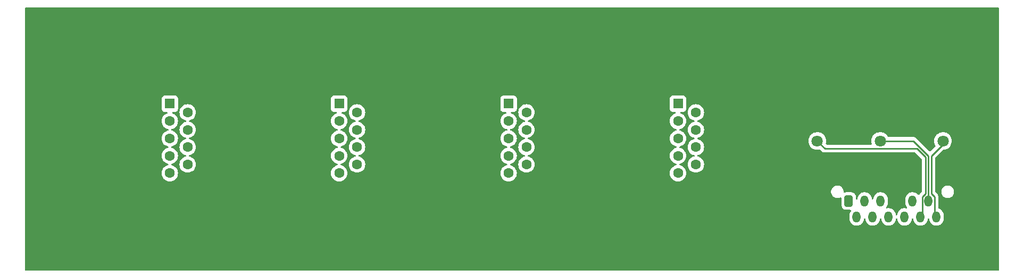
<source format=gbl>
G04 #@! TF.GenerationSoftware,KiCad,Pcbnew,8.0.8*
G04 #@! TF.CreationDate,2025-02-08T12:44:00+01:00*
G04 #@! TF.ProjectId,OverlordInterface,4f766572-6c6f-4726-9449-6e7465726661,rev?*
G04 #@! TF.SameCoordinates,Original*
G04 #@! TF.FileFunction,Copper,L2,Bot*
G04 #@! TF.FilePolarity,Positive*
%FSLAX46Y46*%
G04 Gerber Fmt 4.6, Leading zero omitted, Abs format (unit mm)*
G04 Created by KiCad (PCBNEW 8.0.8) date 2025-02-08 12:44:00*
%MOMM*%
%LPD*%
G01*
G04 APERTURE LIST*
G04 Aperture macros list*
%AMRoundRect*
0 Rectangle with rounded corners*
0 $1 Rounding radius*
0 $2 $3 $4 $5 $6 $7 $8 $9 X,Y pos of 4 corners*
0 Add a 4 corners polygon primitive as box body*
4,1,4,$2,$3,$4,$5,$6,$7,$8,$9,$2,$3,0*
0 Add four circle primitives for the rounded corners*
1,1,$1+$1,$2,$3*
1,1,$1+$1,$4,$5*
1,1,$1+$1,$6,$7*
1,1,$1+$1,$8,$9*
0 Add four rect primitives between the rounded corners*
20,1,$1+$1,$2,$3,$4,$5,0*
20,1,$1+$1,$4,$5,$6,$7,0*
20,1,$1+$1,$6,$7,$8,$9,0*
20,1,$1+$1,$8,$9,$2,$3,0*%
G04 Aperture macros list end*
G04 #@! TA.AperFunction,ComponentPad*
%ADD10R,1.800000X1.800000*%
G04 #@! TD*
G04 #@! TA.AperFunction,ComponentPad*
%ADD11C,1.800000*%
G04 #@! TD*
G04 #@! TA.AperFunction,ComponentPad*
%ADD12C,4.000000*%
G04 #@! TD*
G04 #@! TA.AperFunction,ComponentPad*
%ADD13R,1.600000X1.600000*%
G04 #@! TD*
G04 #@! TA.AperFunction,ComponentPad*
%ADD14C,1.600000*%
G04 #@! TD*
G04 #@! TA.AperFunction,ComponentPad*
%ADD15RoundRect,0.250000X-0.400000X0.650000X-0.400000X-0.650000X0.400000X-0.650000X0.400000X0.650000X0*%
G04 #@! TD*
G04 #@! TA.AperFunction,ComponentPad*
%ADD16O,1.300000X1.800000*%
G04 #@! TD*
G04 #@! TA.AperFunction,ViaPad*
%ADD17C,0.800000*%
G04 #@! TD*
G04 #@! TA.AperFunction,Conductor*
%ADD18C,0.250000*%
G04 #@! TD*
G04 APERTURE END LIST*
D10*
X211830000Y-91055000D03*
D11*
X211830000Y-93595000D03*
D10*
X221830000Y-91055000D03*
D11*
X221830000Y-93595000D03*
D12*
X100190000Y-105695000D03*
X100190000Y-80695000D03*
D13*
X98770000Y-87655000D03*
D14*
X98770000Y-90425000D03*
X98770000Y-93195000D03*
X98770000Y-95965000D03*
X98770000Y-98735000D03*
X101610000Y-89040000D03*
X101610000Y-91810000D03*
X101610000Y-94580000D03*
X101610000Y-97350000D03*
D12*
X181080000Y-105695000D03*
X181080000Y-80695000D03*
D13*
X179660000Y-87655000D03*
D14*
X179660000Y-90425000D03*
X179660000Y-93195000D03*
X179660000Y-95965000D03*
X179660000Y-98735000D03*
X182500000Y-89040000D03*
X182500000Y-91810000D03*
X182500000Y-94580000D03*
X182500000Y-97350000D03*
D12*
X127153333Y-105695000D03*
X127153333Y-80695000D03*
D13*
X125733333Y-87655000D03*
D14*
X125733333Y-90425000D03*
X125733333Y-93195000D03*
X125733333Y-95965000D03*
X125733333Y-98735000D03*
X128573333Y-89040000D03*
X128573333Y-91810000D03*
X128573333Y-94580000D03*
X128573333Y-97350000D03*
D12*
X154116666Y-105695000D03*
X154116666Y-80695000D03*
D13*
X152696666Y-87655000D03*
D14*
X152696666Y-90425000D03*
X152696666Y-93195000D03*
X152696666Y-95965000D03*
X152696666Y-98735000D03*
X155536666Y-89040000D03*
X155536666Y-91810000D03*
X155536666Y-94580000D03*
X155536666Y-97350000D03*
D10*
X201830000Y-91055000D03*
D11*
X201830000Y-93595000D03*
D15*
X206820001Y-103190000D03*
D16*
X208090001Y-105730000D03*
X209360001Y-103190000D03*
X210630001Y-105730000D03*
X211900000Y-103190000D03*
X213170001Y-105730000D03*
X214440001Y-103190000D03*
X215710001Y-105730000D03*
X216980001Y-103190000D03*
X218250001Y-105730000D03*
X219520001Y-103190000D03*
X220790001Y-105730000D03*
D17*
X140430000Y-74310000D03*
X115030000Y-74310000D03*
X196310000Y-112410000D03*
X216630000Y-112410000D03*
X211550000Y-112410000D03*
X89630000Y-74310000D03*
X224250000Y-112410000D03*
X229330000Y-84470000D03*
X120110000Y-74310000D03*
X122650000Y-74310000D03*
X94710000Y-74310000D03*
X76930000Y-107330000D03*
X173450000Y-112410000D03*
X130270000Y-74310000D03*
X84550000Y-74310000D03*
X214090000Y-74310000D03*
X125190000Y-112410000D03*
X175990000Y-74310000D03*
X181070000Y-112410000D03*
X150590000Y-74310000D03*
X132810000Y-112410000D03*
X97250000Y-74310000D03*
X186150000Y-112410000D03*
X87090000Y-74310000D03*
X203930000Y-74310000D03*
X198850000Y-74310000D03*
X130270000Y-112410000D03*
X224250000Y-74310000D03*
X107410000Y-112410000D03*
X92170000Y-74310000D03*
X211550000Y-74310000D03*
X137890000Y-112410000D03*
X76930000Y-89550000D03*
X76930000Y-109870000D03*
X206470000Y-112410000D03*
X148050000Y-112410000D03*
X201390000Y-112410000D03*
X163290000Y-112410000D03*
X153130000Y-74310000D03*
X135350000Y-74310000D03*
X82010000Y-112410000D03*
X155670000Y-74310000D03*
X122650000Y-112410000D03*
X226790000Y-112410000D03*
X120110000Y-112410000D03*
X109950000Y-112410000D03*
X142970000Y-74310000D03*
X76930000Y-94630000D03*
X229330000Y-76850000D03*
X229330000Y-79390000D03*
X229330000Y-99710000D03*
X125190000Y-74310000D03*
X229330000Y-109870000D03*
X84550000Y-112410000D03*
X79470000Y-112410000D03*
X97250000Y-112410000D03*
X117570000Y-74310000D03*
X196310000Y-74310000D03*
X160750000Y-74310000D03*
X102330000Y-74310000D03*
X140430000Y-112410000D03*
X158210000Y-112410000D03*
X168370000Y-112410000D03*
X188690000Y-112410000D03*
X229330000Y-97170000D03*
X76930000Y-81930000D03*
X158210000Y-74310000D03*
X76930000Y-79390000D03*
X76930000Y-99710000D03*
X178530000Y-74310000D03*
X181070000Y-74310000D03*
X148050000Y-74310000D03*
X99790000Y-112410000D03*
X214090000Y-112410000D03*
X229330000Y-102250000D03*
X107410000Y-74310000D03*
X76930000Y-97170000D03*
X160750000Y-112410000D03*
X168370000Y-74310000D03*
X115030000Y-112410000D03*
X216630000Y-74310000D03*
X76930000Y-112410000D03*
X165830000Y-112410000D03*
X229330000Y-81930000D03*
X99790000Y-74310000D03*
X76930000Y-74310000D03*
X127730000Y-74310000D03*
X76930000Y-87010000D03*
X186150000Y-74310000D03*
X89630000Y-112410000D03*
X137890000Y-74310000D03*
X117570000Y-112410000D03*
X193770000Y-74310000D03*
X94710000Y-112410000D03*
X229330000Y-104790000D03*
X109950000Y-74310000D03*
X193770000Y-112410000D03*
X76930000Y-84470000D03*
X82010000Y-74310000D03*
X229330000Y-89550000D03*
X229330000Y-94630000D03*
X191230000Y-74310000D03*
X229330000Y-92090000D03*
X76930000Y-104790000D03*
X201390000Y-74310000D03*
X155670000Y-112410000D03*
X209010000Y-112410000D03*
X203930000Y-112410000D03*
X76930000Y-92090000D03*
X127730000Y-112410000D03*
X209010000Y-74310000D03*
X191230000Y-112410000D03*
X229330000Y-112410000D03*
X170910000Y-74310000D03*
X170910000Y-112410000D03*
X198850000Y-112410000D03*
X178530000Y-112410000D03*
X76930000Y-76850000D03*
X79470000Y-74310000D03*
X163290000Y-74310000D03*
X226790000Y-74310000D03*
X112490000Y-112410000D03*
X229330000Y-74310000D03*
X188690000Y-74310000D03*
X173450000Y-74310000D03*
X87090000Y-112410000D03*
X112490000Y-74310000D03*
X145510000Y-74310000D03*
X145510000Y-112410000D03*
X92170000Y-112410000D03*
X165830000Y-74310000D03*
X183610000Y-112410000D03*
X229330000Y-107330000D03*
X150590000Y-112410000D03*
X221710000Y-74310000D03*
X153130000Y-112410000D03*
X175990000Y-112410000D03*
X219170000Y-112410000D03*
X183610000Y-74310000D03*
X76930000Y-102250000D03*
X104870000Y-112410000D03*
X221710000Y-112410000D03*
X104870000Y-74310000D03*
X206470000Y-74310000D03*
X135350000Y-112410000D03*
X229330000Y-87010000D03*
X102330000Y-112410000D03*
X132810000Y-74310000D03*
X219170000Y-74310000D03*
X142970000Y-112410000D03*
D18*
X219970001Y-102011142D02*
X219970001Y-95969999D01*
X219970001Y-95969999D02*
X221830000Y-94110000D01*
X220790001Y-105730000D02*
X220495001Y-105435000D01*
X220495001Y-105435000D02*
X220495001Y-102536142D01*
X221830000Y-94110000D02*
X221830000Y-93595000D01*
X220495001Y-102536142D02*
X219970001Y-102011142D01*
X219520001Y-96010001D02*
X217105000Y-93595000D01*
X217105000Y-93595000D02*
X211830000Y-93595000D01*
X219520001Y-103190000D02*
X219520001Y-96010001D01*
X203055000Y-94820000D02*
X217693604Y-94820000D01*
X219070001Y-102011142D02*
X218545001Y-102536142D01*
X218550000Y-105430001D02*
X218250001Y-105730000D01*
X218545001Y-103843858D02*
X218550000Y-103848857D01*
X218545001Y-102536142D02*
X218545001Y-103843858D01*
X217693604Y-94820000D02*
X219070001Y-96196397D01*
X219070001Y-96196397D02*
X219070001Y-102011142D01*
X201830000Y-93595000D02*
X203055000Y-94820000D01*
X218550000Y-103848857D02*
X218550000Y-105430001D01*
G04 #@! TA.AperFunction,Conductor*
G36*
X230673098Y-72309685D02*
G01*
X230718853Y-72362489D01*
X230730059Y-72413941D01*
X230749940Y-114165932D01*
X230730287Y-114232981D01*
X230677505Y-114278761D01*
X230625932Y-114289991D01*
X75873992Y-114280007D01*
X75806954Y-114260318D01*
X75761202Y-114207511D01*
X75750000Y-114156007D01*
X75750000Y-90424998D01*
X97464532Y-90424998D01*
X97464532Y-90425001D01*
X97484364Y-90651686D01*
X97484366Y-90651697D01*
X97543258Y-90871488D01*
X97543261Y-90871497D01*
X97639431Y-91077732D01*
X97639432Y-91077734D01*
X97769954Y-91264141D01*
X97930858Y-91425045D01*
X97930861Y-91425047D01*
X98117266Y-91555568D01*
X98323504Y-91651739D01*
X98323509Y-91651740D01*
X98323511Y-91651741D01*
X98467136Y-91690225D01*
X98526797Y-91726590D01*
X98557326Y-91789437D01*
X98549031Y-91858812D01*
X98504546Y-91912690D01*
X98467136Y-91929775D01*
X98323511Y-91968258D01*
X98323502Y-91968261D01*
X98117267Y-92064431D01*
X98117265Y-92064432D01*
X97930858Y-92194954D01*
X97769954Y-92355858D01*
X97639432Y-92542265D01*
X97639431Y-92542267D01*
X97543261Y-92748502D01*
X97543258Y-92748511D01*
X97484366Y-92968302D01*
X97484365Y-92968305D01*
X97484365Y-92968308D01*
X97475038Y-93074915D01*
X97464532Y-93194998D01*
X97464532Y-93195001D01*
X97484364Y-93421686D01*
X97484366Y-93421697D01*
X97543258Y-93641488D01*
X97543261Y-93641497D01*
X97639431Y-93847732D01*
X97639432Y-93847734D01*
X97769954Y-94034141D01*
X97930858Y-94195045D01*
X97930861Y-94195047D01*
X98117266Y-94325568D01*
X98323504Y-94421739D01*
X98323509Y-94421740D01*
X98323511Y-94421741D01*
X98467136Y-94460225D01*
X98526797Y-94496590D01*
X98557326Y-94559437D01*
X98549031Y-94628812D01*
X98504546Y-94682690D01*
X98467136Y-94699775D01*
X98323511Y-94738258D01*
X98323502Y-94738261D01*
X98117267Y-94834431D01*
X98117265Y-94834432D01*
X97930858Y-94964954D01*
X97769954Y-95125858D01*
X97639432Y-95312265D01*
X97639431Y-95312267D01*
X97543261Y-95518502D01*
X97543258Y-95518511D01*
X97484366Y-95738302D01*
X97484364Y-95738313D01*
X97464532Y-95964998D01*
X97464532Y-95965001D01*
X97484364Y-96191686D01*
X97484366Y-96191697D01*
X97543258Y-96411488D01*
X97543261Y-96411497D01*
X97639431Y-96617732D01*
X97639432Y-96617734D01*
X97769954Y-96804141D01*
X97930858Y-96965045D01*
X97930861Y-96965047D01*
X98117266Y-97095568D01*
X98323504Y-97191739D01*
X98323509Y-97191740D01*
X98323511Y-97191741D01*
X98467136Y-97230225D01*
X98526797Y-97266590D01*
X98557326Y-97329437D01*
X98549031Y-97398812D01*
X98504546Y-97452690D01*
X98467136Y-97469775D01*
X98323511Y-97508258D01*
X98323502Y-97508261D01*
X98117267Y-97604431D01*
X98117265Y-97604432D01*
X97930858Y-97734954D01*
X97769954Y-97895858D01*
X97639432Y-98082265D01*
X97639431Y-98082267D01*
X97543261Y-98288502D01*
X97543258Y-98288511D01*
X97484366Y-98508302D01*
X97484364Y-98508313D01*
X97464532Y-98734998D01*
X97464532Y-98735001D01*
X97484364Y-98961686D01*
X97484366Y-98961697D01*
X97543258Y-99181488D01*
X97543261Y-99181497D01*
X97639431Y-99387732D01*
X97639432Y-99387734D01*
X97769954Y-99574141D01*
X97930858Y-99735045D01*
X97930861Y-99735047D01*
X98117266Y-99865568D01*
X98323504Y-99961739D01*
X98543308Y-100020635D01*
X98705230Y-100034801D01*
X98769998Y-100040468D01*
X98770000Y-100040468D01*
X98770002Y-100040468D01*
X98826673Y-100035509D01*
X98996692Y-100020635D01*
X99216496Y-99961739D01*
X99422734Y-99865568D01*
X99609139Y-99735047D01*
X99770047Y-99574139D01*
X99900568Y-99387734D01*
X99996739Y-99181496D01*
X100055635Y-98961692D01*
X100075468Y-98735000D01*
X100055635Y-98508308D01*
X99996739Y-98288504D01*
X99900568Y-98082266D01*
X99770047Y-97895861D01*
X99770045Y-97895858D01*
X99609141Y-97734954D01*
X99422734Y-97604432D01*
X99422732Y-97604431D01*
X99216497Y-97508261D01*
X99216488Y-97508258D01*
X99093966Y-97475429D01*
X99072862Y-97469774D01*
X99013202Y-97433410D01*
X98982673Y-97370563D01*
X98990968Y-97301188D01*
X99035453Y-97247310D01*
X99072862Y-97230225D01*
X99216496Y-97191739D01*
X99422734Y-97095568D01*
X99609139Y-96965047D01*
X99770047Y-96804139D01*
X99900568Y-96617734D01*
X99996739Y-96411496D01*
X100055635Y-96191692D01*
X100075468Y-95965000D01*
X100071197Y-95916188D01*
X100055635Y-95738313D01*
X100055635Y-95738308D01*
X99996739Y-95518504D01*
X99900568Y-95312266D01*
X99770047Y-95125861D01*
X99770045Y-95125858D01*
X99609141Y-94964954D01*
X99422734Y-94834432D01*
X99422732Y-94834431D01*
X99216497Y-94738261D01*
X99216488Y-94738258D01*
X99093966Y-94705429D01*
X99072862Y-94699774D01*
X99013202Y-94663410D01*
X98982673Y-94600563D01*
X98990968Y-94531188D01*
X99035453Y-94477310D01*
X99072862Y-94460225D01*
X99216496Y-94421739D01*
X99422734Y-94325568D01*
X99609139Y-94195047D01*
X99770047Y-94034139D01*
X99900568Y-93847734D01*
X99996739Y-93641496D01*
X100055635Y-93421692D01*
X100075468Y-93195000D01*
X100071197Y-93146188D01*
X100064962Y-93074915D01*
X100055635Y-92968308D01*
X99996739Y-92748504D01*
X99900568Y-92542266D01*
X99770047Y-92355861D01*
X99770045Y-92355858D01*
X99609141Y-92194954D01*
X99422734Y-92064432D01*
X99422732Y-92064431D01*
X99216497Y-91968261D01*
X99216488Y-91968258D01*
X99093966Y-91935429D01*
X99072862Y-91929774D01*
X99013202Y-91893410D01*
X98982673Y-91830563D01*
X98990968Y-91761188D01*
X99035453Y-91707310D01*
X99072862Y-91690225D01*
X99216496Y-91651739D01*
X99422734Y-91555568D01*
X99609139Y-91425047D01*
X99770047Y-91264139D01*
X99900568Y-91077734D01*
X99996739Y-90871496D01*
X100055635Y-90651692D01*
X100075468Y-90425000D01*
X100071197Y-90376188D01*
X100055635Y-90198313D01*
X100055635Y-90198308D01*
X99996739Y-89978504D01*
X99900568Y-89772266D01*
X99770047Y-89585861D01*
X99770045Y-89585858D01*
X99609141Y-89424954D01*
X99422734Y-89294432D01*
X99422732Y-89294431D01*
X99216497Y-89198261D01*
X99211402Y-89196407D01*
X99212159Y-89194325D01*
X99160617Y-89162908D01*
X99130088Y-89100061D01*
X99137270Y-89039998D01*
X100304532Y-89039998D01*
X100304532Y-89040001D01*
X100324364Y-89266686D01*
X100324366Y-89266697D01*
X100383258Y-89486488D01*
X100383261Y-89486497D01*
X100479431Y-89692732D01*
X100479432Y-89692734D01*
X100609954Y-89879141D01*
X100770858Y-90040045D01*
X100770861Y-90040047D01*
X100957266Y-90170568D01*
X101163504Y-90266739D01*
X101163509Y-90266740D01*
X101163511Y-90266741D01*
X101307136Y-90305225D01*
X101366797Y-90341590D01*
X101397326Y-90404437D01*
X101389031Y-90473812D01*
X101344546Y-90527690D01*
X101307136Y-90544775D01*
X101163511Y-90583258D01*
X101163502Y-90583261D01*
X100957267Y-90679431D01*
X100957265Y-90679432D01*
X100770858Y-90809954D01*
X100609954Y-90970858D01*
X100479432Y-91157265D01*
X100479431Y-91157267D01*
X100383261Y-91363502D01*
X100383258Y-91363511D01*
X100324366Y-91583302D01*
X100324364Y-91583313D01*
X100304532Y-91809998D01*
X100304532Y-91810001D01*
X100324364Y-92036686D01*
X100324366Y-92036697D01*
X100383258Y-92256488D01*
X100383261Y-92256497D01*
X100479431Y-92462732D01*
X100479432Y-92462734D01*
X100609954Y-92649141D01*
X100770858Y-92810045D01*
X100770861Y-92810047D01*
X100957266Y-92940568D01*
X101163504Y-93036739D01*
X101163509Y-93036740D01*
X101163511Y-93036741D01*
X101307136Y-93075225D01*
X101366797Y-93111590D01*
X101397326Y-93174437D01*
X101389031Y-93243812D01*
X101344546Y-93297690D01*
X101307136Y-93314775D01*
X101163511Y-93353258D01*
X101163502Y-93353261D01*
X100957267Y-93449431D01*
X100957265Y-93449432D01*
X100770858Y-93579954D01*
X100609954Y-93740858D01*
X100479432Y-93927265D01*
X100479431Y-93927267D01*
X100383261Y-94133502D01*
X100383258Y-94133511D01*
X100324366Y-94353302D01*
X100324364Y-94353313D01*
X100304532Y-94579998D01*
X100304532Y-94580001D01*
X100324364Y-94806686D01*
X100324366Y-94806697D01*
X100383258Y-95026488D01*
X100383261Y-95026497D01*
X100479431Y-95232732D01*
X100479432Y-95232734D01*
X100609954Y-95419141D01*
X100770858Y-95580045D01*
X100770861Y-95580047D01*
X100957266Y-95710568D01*
X101163504Y-95806739D01*
X101163509Y-95806740D01*
X101163511Y-95806741D01*
X101307136Y-95845225D01*
X101366797Y-95881590D01*
X101397326Y-95944437D01*
X101389031Y-96013812D01*
X101344546Y-96067690D01*
X101307136Y-96084775D01*
X101163511Y-96123258D01*
X101163502Y-96123261D01*
X100957267Y-96219431D01*
X100957265Y-96219432D01*
X100770858Y-96349954D01*
X100609954Y-96510858D01*
X100479432Y-96697265D01*
X100479431Y-96697267D01*
X100383261Y-96903502D01*
X100383258Y-96903511D01*
X100324366Y-97123302D01*
X100324364Y-97123313D01*
X100304532Y-97349998D01*
X100304532Y-97350001D01*
X100324364Y-97576686D01*
X100324366Y-97576697D01*
X100383258Y-97796488D01*
X100383261Y-97796497D01*
X100479431Y-98002732D01*
X100479432Y-98002734D01*
X100609954Y-98189141D01*
X100770858Y-98350045D01*
X100770861Y-98350047D01*
X100957266Y-98480568D01*
X101163504Y-98576739D01*
X101383308Y-98635635D01*
X101545230Y-98649801D01*
X101609998Y-98655468D01*
X101610000Y-98655468D01*
X101610002Y-98655468D01*
X101666673Y-98650509D01*
X101836692Y-98635635D01*
X102056496Y-98576739D01*
X102262734Y-98480568D01*
X102449139Y-98350047D01*
X102610047Y-98189139D01*
X102740568Y-98002734D01*
X102836739Y-97796496D01*
X102895635Y-97576692D01*
X102915468Y-97350000D01*
X102911197Y-97301188D01*
X102895635Y-97123313D01*
X102895635Y-97123308D01*
X102836739Y-96903504D01*
X102740568Y-96697266D01*
X102610047Y-96510861D01*
X102610045Y-96510858D01*
X102449141Y-96349954D01*
X102262734Y-96219432D01*
X102262732Y-96219431D01*
X102056497Y-96123261D01*
X102056488Y-96123258D01*
X101933966Y-96090429D01*
X101912862Y-96084774D01*
X101853202Y-96048410D01*
X101822673Y-95985563D01*
X101830968Y-95916188D01*
X101875453Y-95862310D01*
X101912862Y-95845225D01*
X102056496Y-95806739D01*
X102262734Y-95710568D01*
X102449139Y-95580047D01*
X102610047Y-95419139D01*
X102740568Y-95232734D01*
X102836739Y-95026496D01*
X102895635Y-94806692D01*
X102915468Y-94580000D01*
X102911197Y-94531188D01*
X102901622Y-94421738D01*
X102895635Y-94353308D01*
X102836739Y-94133504D01*
X102740568Y-93927266D01*
X102610047Y-93740861D01*
X102610045Y-93740858D01*
X102449141Y-93579954D01*
X102262734Y-93449432D01*
X102262732Y-93449431D01*
X102056497Y-93353261D01*
X102056488Y-93353258D01*
X101933966Y-93320429D01*
X101912862Y-93314774D01*
X101853202Y-93278410D01*
X101822673Y-93215563D01*
X101830968Y-93146188D01*
X101875453Y-93092310D01*
X101912862Y-93075225D01*
X102056496Y-93036739D01*
X102262734Y-92940568D01*
X102449139Y-92810047D01*
X102610047Y-92649139D01*
X102740568Y-92462734D01*
X102836739Y-92256496D01*
X102895635Y-92036692D01*
X102915468Y-91810000D01*
X102911197Y-91761188D01*
X102895635Y-91583313D01*
X102895635Y-91583308D01*
X102836739Y-91363504D01*
X102740568Y-91157266D01*
X102610047Y-90970861D01*
X102610045Y-90970858D01*
X102449141Y-90809954D01*
X102262734Y-90679432D01*
X102262732Y-90679431D01*
X102056497Y-90583261D01*
X102056488Y-90583258D01*
X101933966Y-90550429D01*
X101912862Y-90544774D01*
X101853202Y-90508410D01*
X101822673Y-90445563D01*
X101825132Y-90424998D01*
X124427865Y-90424998D01*
X124427865Y-90425001D01*
X124447697Y-90651686D01*
X124447699Y-90651697D01*
X124506591Y-90871488D01*
X124506594Y-90871497D01*
X124602764Y-91077732D01*
X124602765Y-91077734D01*
X124733287Y-91264141D01*
X124894191Y-91425045D01*
X124894194Y-91425047D01*
X125080599Y-91555568D01*
X125286837Y-91651739D01*
X125286842Y-91651740D01*
X125286844Y-91651741D01*
X125430469Y-91690225D01*
X125490130Y-91726590D01*
X125520659Y-91789437D01*
X125512364Y-91858812D01*
X125467879Y-91912690D01*
X125430469Y-91929775D01*
X125286844Y-91968258D01*
X125286835Y-91968261D01*
X125080600Y-92064431D01*
X125080598Y-92064432D01*
X124894191Y-92194954D01*
X124733287Y-92355858D01*
X124602765Y-92542265D01*
X124602764Y-92542267D01*
X124506594Y-92748502D01*
X124506591Y-92748511D01*
X124447699Y-92968302D01*
X124447698Y-92968305D01*
X124447698Y-92968308D01*
X124438371Y-93074915D01*
X124427865Y-93194998D01*
X124427865Y-93195001D01*
X124447697Y-93421686D01*
X124447699Y-93421697D01*
X124506591Y-93641488D01*
X124506594Y-93641497D01*
X124602764Y-93847732D01*
X124602765Y-93847734D01*
X124733287Y-94034141D01*
X124894191Y-94195045D01*
X124894194Y-94195047D01*
X125080599Y-94325568D01*
X125286837Y-94421739D01*
X125286842Y-94421740D01*
X125286844Y-94421741D01*
X125430469Y-94460225D01*
X125490130Y-94496590D01*
X125520659Y-94559437D01*
X125512364Y-94628812D01*
X125467879Y-94682690D01*
X125430469Y-94699775D01*
X125286844Y-94738258D01*
X125286835Y-94738261D01*
X125080600Y-94834431D01*
X125080598Y-94834432D01*
X124894191Y-94964954D01*
X124733287Y-95125858D01*
X124602765Y-95312265D01*
X124602764Y-95312267D01*
X124506594Y-95518502D01*
X124506591Y-95518511D01*
X124447699Y-95738302D01*
X124447697Y-95738313D01*
X124427865Y-95964998D01*
X124427865Y-95965001D01*
X124447697Y-96191686D01*
X124447699Y-96191697D01*
X124506591Y-96411488D01*
X124506594Y-96411497D01*
X124602764Y-96617732D01*
X124602765Y-96617734D01*
X124733287Y-96804141D01*
X124894191Y-96965045D01*
X124894194Y-96965047D01*
X125080599Y-97095568D01*
X125286837Y-97191739D01*
X125286842Y-97191740D01*
X125286844Y-97191741D01*
X125430469Y-97230225D01*
X125490130Y-97266590D01*
X125520659Y-97329437D01*
X125512364Y-97398812D01*
X125467879Y-97452690D01*
X125430469Y-97469775D01*
X125286844Y-97508258D01*
X125286835Y-97508261D01*
X125080600Y-97604431D01*
X125080598Y-97604432D01*
X124894191Y-97734954D01*
X124733287Y-97895858D01*
X124602765Y-98082265D01*
X124602764Y-98082267D01*
X124506594Y-98288502D01*
X124506591Y-98288511D01*
X124447699Y-98508302D01*
X124447697Y-98508313D01*
X124427865Y-98734998D01*
X124427865Y-98735001D01*
X124447697Y-98961686D01*
X124447699Y-98961697D01*
X124506591Y-99181488D01*
X124506594Y-99181497D01*
X124602764Y-99387732D01*
X124602765Y-99387734D01*
X124733287Y-99574141D01*
X124894191Y-99735045D01*
X124894194Y-99735047D01*
X125080599Y-99865568D01*
X125286837Y-99961739D01*
X125506641Y-100020635D01*
X125668563Y-100034801D01*
X125733331Y-100040468D01*
X125733333Y-100040468D01*
X125733335Y-100040468D01*
X125790006Y-100035509D01*
X125960025Y-100020635D01*
X126179829Y-99961739D01*
X126386067Y-99865568D01*
X126572472Y-99735047D01*
X126733380Y-99574139D01*
X126863901Y-99387734D01*
X126960072Y-99181496D01*
X127018968Y-98961692D01*
X127038801Y-98735000D01*
X127018968Y-98508308D01*
X126960072Y-98288504D01*
X126863901Y-98082266D01*
X126733380Y-97895861D01*
X126733378Y-97895858D01*
X126572474Y-97734954D01*
X126386067Y-97604432D01*
X126386065Y-97604431D01*
X126179830Y-97508261D01*
X126179821Y-97508258D01*
X126057299Y-97475429D01*
X126036195Y-97469774D01*
X125976535Y-97433410D01*
X125946006Y-97370563D01*
X125954301Y-97301188D01*
X125998786Y-97247310D01*
X126036195Y-97230225D01*
X126179829Y-97191739D01*
X126386067Y-97095568D01*
X126572472Y-96965047D01*
X126733380Y-96804139D01*
X126863901Y-96617734D01*
X126960072Y-96411496D01*
X127018968Y-96191692D01*
X127038801Y-95965000D01*
X127034530Y-95916188D01*
X127018968Y-95738313D01*
X127018968Y-95738308D01*
X126960072Y-95518504D01*
X126863901Y-95312266D01*
X126733380Y-95125861D01*
X126733378Y-95125858D01*
X126572474Y-94964954D01*
X126386067Y-94834432D01*
X126386065Y-94834431D01*
X126179830Y-94738261D01*
X126179821Y-94738258D01*
X126057299Y-94705429D01*
X126036195Y-94699774D01*
X125976535Y-94663410D01*
X125946006Y-94600563D01*
X125954301Y-94531188D01*
X125998786Y-94477310D01*
X126036195Y-94460225D01*
X126179829Y-94421739D01*
X126386067Y-94325568D01*
X126572472Y-94195047D01*
X126733380Y-94034139D01*
X126863901Y-93847734D01*
X126960072Y-93641496D01*
X127018968Y-93421692D01*
X127038801Y-93195000D01*
X127034530Y-93146188D01*
X127028295Y-93074915D01*
X127018968Y-92968308D01*
X126960072Y-92748504D01*
X126863901Y-92542266D01*
X126733380Y-92355861D01*
X126733378Y-92355858D01*
X126572474Y-92194954D01*
X126386067Y-92064432D01*
X126386065Y-92064431D01*
X126179830Y-91968261D01*
X126179821Y-91968258D01*
X126057299Y-91935429D01*
X126036195Y-91929774D01*
X125976535Y-91893410D01*
X125946006Y-91830563D01*
X125954301Y-91761188D01*
X125998786Y-91707310D01*
X126036195Y-91690225D01*
X126179829Y-91651739D01*
X126386067Y-91555568D01*
X126572472Y-91425047D01*
X126733380Y-91264139D01*
X126863901Y-91077734D01*
X126960072Y-90871496D01*
X127018968Y-90651692D01*
X127038801Y-90425000D01*
X127034530Y-90376188D01*
X127018968Y-90198313D01*
X127018968Y-90198308D01*
X126960072Y-89978504D01*
X126863901Y-89772266D01*
X126733380Y-89585861D01*
X126733378Y-89585858D01*
X126572474Y-89424954D01*
X126386067Y-89294432D01*
X126386065Y-89294431D01*
X126179830Y-89198261D01*
X126174735Y-89196407D01*
X126175492Y-89194325D01*
X126123950Y-89162908D01*
X126093421Y-89100061D01*
X126100603Y-89039998D01*
X127267865Y-89039998D01*
X127267865Y-89040001D01*
X127287697Y-89266686D01*
X127287699Y-89266697D01*
X127346591Y-89486488D01*
X127346594Y-89486497D01*
X127442764Y-89692732D01*
X127442765Y-89692734D01*
X127573287Y-89879141D01*
X127734191Y-90040045D01*
X127734194Y-90040047D01*
X127920599Y-90170568D01*
X128126837Y-90266739D01*
X128126842Y-90266740D01*
X128126844Y-90266741D01*
X128270469Y-90305225D01*
X128330130Y-90341590D01*
X128360659Y-90404437D01*
X128352364Y-90473812D01*
X128307879Y-90527690D01*
X128270469Y-90544775D01*
X128126844Y-90583258D01*
X128126835Y-90583261D01*
X127920600Y-90679431D01*
X127920598Y-90679432D01*
X127734191Y-90809954D01*
X127573287Y-90970858D01*
X127442765Y-91157265D01*
X127442764Y-91157267D01*
X127346594Y-91363502D01*
X127346591Y-91363511D01*
X127287699Y-91583302D01*
X127287697Y-91583313D01*
X127267865Y-91809998D01*
X127267865Y-91810001D01*
X127287697Y-92036686D01*
X127287699Y-92036697D01*
X127346591Y-92256488D01*
X127346594Y-92256497D01*
X127442764Y-92462732D01*
X127442765Y-92462734D01*
X127573287Y-92649141D01*
X127734191Y-92810045D01*
X127734194Y-92810047D01*
X127920599Y-92940568D01*
X128126837Y-93036739D01*
X128126842Y-93036740D01*
X128126844Y-93036741D01*
X128270469Y-93075225D01*
X128330130Y-93111590D01*
X128360659Y-93174437D01*
X128352364Y-93243812D01*
X128307879Y-93297690D01*
X128270469Y-93314775D01*
X128126844Y-93353258D01*
X128126835Y-93353261D01*
X127920600Y-93449431D01*
X127920598Y-93449432D01*
X127734191Y-93579954D01*
X127573287Y-93740858D01*
X127442765Y-93927265D01*
X127442764Y-93927267D01*
X127346594Y-94133502D01*
X127346591Y-94133511D01*
X127287699Y-94353302D01*
X127287697Y-94353313D01*
X127267865Y-94579998D01*
X127267865Y-94580001D01*
X127287697Y-94806686D01*
X127287699Y-94806697D01*
X127346591Y-95026488D01*
X127346594Y-95026497D01*
X127442764Y-95232732D01*
X127442765Y-95232734D01*
X127573287Y-95419141D01*
X127734191Y-95580045D01*
X127734194Y-95580047D01*
X127920599Y-95710568D01*
X128126837Y-95806739D01*
X128126842Y-95806740D01*
X128126844Y-95806741D01*
X128270469Y-95845225D01*
X128330130Y-95881590D01*
X128360659Y-95944437D01*
X128352364Y-96013812D01*
X128307879Y-96067690D01*
X128270469Y-96084775D01*
X128126844Y-96123258D01*
X128126835Y-96123261D01*
X127920600Y-96219431D01*
X127920598Y-96219432D01*
X127734191Y-96349954D01*
X127573287Y-96510858D01*
X127442765Y-96697265D01*
X127442764Y-96697267D01*
X127346594Y-96903502D01*
X127346591Y-96903511D01*
X127287699Y-97123302D01*
X127287697Y-97123313D01*
X127267865Y-97349998D01*
X127267865Y-97350001D01*
X127287697Y-97576686D01*
X127287699Y-97576697D01*
X127346591Y-97796488D01*
X127346594Y-97796497D01*
X127442764Y-98002732D01*
X127442765Y-98002734D01*
X127573287Y-98189141D01*
X127734191Y-98350045D01*
X127734194Y-98350047D01*
X127920599Y-98480568D01*
X128126837Y-98576739D01*
X128346641Y-98635635D01*
X128508563Y-98649801D01*
X128573331Y-98655468D01*
X128573333Y-98655468D01*
X128573335Y-98655468D01*
X128630006Y-98650509D01*
X128800025Y-98635635D01*
X129019829Y-98576739D01*
X129226067Y-98480568D01*
X129412472Y-98350047D01*
X129573380Y-98189139D01*
X129703901Y-98002734D01*
X129800072Y-97796496D01*
X129858968Y-97576692D01*
X129878801Y-97350000D01*
X129874530Y-97301188D01*
X129858968Y-97123313D01*
X129858968Y-97123308D01*
X129800072Y-96903504D01*
X129703901Y-96697266D01*
X129573380Y-96510861D01*
X129573378Y-96510858D01*
X129412474Y-96349954D01*
X129226067Y-96219432D01*
X129226065Y-96219431D01*
X129019830Y-96123261D01*
X129019821Y-96123258D01*
X128897299Y-96090429D01*
X128876195Y-96084774D01*
X128816535Y-96048410D01*
X128786006Y-95985563D01*
X128794301Y-95916188D01*
X128838786Y-95862310D01*
X128876195Y-95845225D01*
X129019829Y-95806739D01*
X129226067Y-95710568D01*
X129412472Y-95580047D01*
X129573380Y-95419139D01*
X129703901Y-95232734D01*
X129800072Y-95026496D01*
X129858968Y-94806692D01*
X129878801Y-94580000D01*
X129874530Y-94531188D01*
X129864955Y-94421738D01*
X129858968Y-94353308D01*
X129800072Y-94133504D01*
X129703901Y-93927266D01*
X129573380Y-93740861D01*
X129573378Y-93740858D01*
X129412474Y-93579954D01*
X129226067Y-93449432D01*
X129226065Y-93449431D01*
X129019830Y-93353261D01*
X129019821Y-93353258D01*
X128897299Y-93320429D01*
X128876195Y-93314774D01*
X128816535Y-93278410D01*
X128786006Y-93215563D01*
X128794301Y-93146188D01*
X128838786Y-93092310D01*
X128876195Y-93075225D01*
X129019829Y-93036739D01*
X129226067Y-92940568D01*
X129412472Y-92810047D01*
X129573380Y-92649139D01*
X129703901Y-92462734D01*
X129800072Y-92256496D01*
X129858968Y-92036692D01*
X129878801Y-91810000D01*
X129874530Y-91761188D01*
X129858968Y-91583313D01*
X129858968Y-91583308D01*
X129800072Y-91363504D01*
X129703901Y-91157266D01*
X129573380Y-90970861D01*
X129573378Y-90970858D01*
X129412474Y-90809954D01*
X129226067Y-90679432D01*
X129226065Y-90679431D01*
X129019830Y-90583261D01*
X129019821Y-90583258D01*
X128897299Y-90550429D01*
X128876195Y-90544774D01*
X128816535Y-90508410D01*
X128786006Y-90445563D01*
X128788465Y-90424998D01*
X151391198Y-90424998D01*
X151391198Y-90425001D01*
X151411030Y-90651686D01*
X151411032Y-90651697D01*
X151469924Y-90871488D01*
X151469927Y-90871497D01*
X151566097Y-91077732D01*
X151566098Y-91077734D01*
X151696620Y-91264141D01*
X151857524Y-91425045D01*
X151857527Y-91425047D01*
X152043932Y-91555568D01*
X152250170Y-91651739D01*
X152250175Y-91651740D01*
X152250177Y-91651741D01*
X152393802Y-91690225D01*
X152453463Y-91726590D01*
X152483992Y-91789437D01*
X152475697Y-91858812D01*
X152431212Y-91912690D01*
X152393802Y-91929775D01*
X152250177Y-91968258D01*
X152250168Y-91968261D01*
X152043933Y-92064431D01*
X152043931Y-92064432D01*
X151857524Y-92194954D01*
X151696620Y-92355858D01*
X151566098Y-92542265D01*
X151566097Y-92542267D01*
X151469927Y-92748502D01*
X151469924Y-92748511D01*
X151411032Y-92968302D01*
X151411031Y-92968305D01*
X151411031Y-92968308D01*
X151401704Y-93074915D01*
X151391198Y-93194998D01*
X151391198Y-93195001D01*
X151411030Y-93421686D01*
X151411032Y-93421697D01*
X151469924Y-93641488D01*
X151469927Y-93641497D01*
X151566097Y-93847732D01*
X151566098Y-93847734D01*
X151696620Y-94034141D01*
X151857524Y-94195045D01*
X151857527Y-94195047D01*
X152043932Y-94325568D01*
X152250170Y-94421739D01*
X152250175Y-94421740D01*
X152250177Y-94421741D01*
X152393802Y-94460225D01*
X152453463Y-94496590D01*
X152483992Y-94559437D01*
X152475697Y-94628812D01*
X152431212Y-94682690D01*
X152393802Y-94699775D01*
X152250177Y-94738258D01*
X152250168Y-94738261D01*
X152043933Y-94834431D01*
X152043931Y-94834432D01*
X151857524Y-94964954D01*
X151696620Y-95125858D01*
X151566098Y-95312265D01*
X151566097Y-95312267D01*
X151469927Y-95518502D01*
X151469924Y-95518511D01*
X151411032Y-95738302D01*
X151411030Y-95738313D01*
X151391198Y-95964998D01*
X151391198Y-95965001D01*
X151411030Y-96191686D01*
X151411032Y-96191697D01*
X151469924Y-96411488D01*
X151469927Y-96411497D01*
X151566097Y-96617732D01*
X151566098Y-96617734D01*
X151696620Y-96804141D01*
X151857524Y-96965045D01*
X151857527Y-96965047D01*
X152043932Y-97095568D01*
X152250170Y-97191739D01*
X152250175Y-97191740D01*
X152250177Y-97191741D01*
X152393802Y-97230225D01*
X152453463Y-97266590D01*
X152483992Y-97329437D01*
X152475697Y-97398812D01*
X152431212Y-97452690D01*
X152393802Y-97469775D01*
X152250177Y-97508258D01*
X152250168Y-97508261D01*
X152043933Y-97604431D01*
X152043931Y-97604432D01*
X151857524Y-97734954D01*
X151696620Y-97895858D01*
X151566098Y-98082265D01*
X151566097Y-98082267D01*
X151469927Y-98288502D01*
X151469924Y-98288511D01*
X151411032Y-98508302D01*
X151411030Y-98508313D01*
X151391198Y-98734998D01*
X151391198Y-98735001D01*
X151411030Y-98961686D01*
X151411032Y-98961697D01*
X151469924Y-99181488D01*
X151469927Y-99181497D01*
X151566097Y-99387732D01*
X151566098Y-99387734D01*
X151696620Y-99574141D01*
X151857524Y-99735045D01*
X151857527Y-99735047D01*
X152043932Y-99865568D01*
X152250170Y-99961739D01*
X152469974Y-100020635D01*
X152631896Y-100034801D01*
X152696664Y-100040468D01*
X152696666Y-100040468D01*
X152696668Y-100040468D01*
X152753339Y-100035509D01*
X152923358Y-100020635D01*
X153143162Y-99961739D01*
X153349400Y-99865568D01*
X153535805Y-99735047D01*
X153696713Y-99574139D01*
X153827234Y-99387734D01*
X153923405Y-99181496D01*
X153982301Y-98961692D01*
X154002134Y-98735000D01*
X153982301Y-98508308D01*
X153923405Y-98288504D01*
X153827234Y-98082266D01*
X153696713Y-97895861D01*
X153696711Y-97895858D01*
X153535807Y-97734954D01*
X153349400Y-97604432D01*
X153349398Y-97604431D01*
X153143163Y-97508261D01*
X153143154Y-97508258D01*
X153020632Y-97475429D01*
X152999528Y-97469774D01*
X152939868Y-97433410D01*
X152909339Y-97370563D01*
X152917634Y-97301188D01*
X152962119Y-97247310D01*
X152999528Y-97230225D01*
X153143162Y-97191739D01*
X153349400Y-97095568D01*
X153535805Y-96965047D01*
X153696713Y-96804139D01*
X153827234Y-96617734D01*
X153923405Y-96411496D01*
X153982301Y-96191692D01*
X154002134Y-95965000D01*
X153997863Y-95916188D01*
X153982301Y-95738313D01*
X153982301Y-95738308D01*
X153923405Y-95518504D01*
X153827234Y-95312266D01*
X153696713Y-95125861D01*
X153696711Y-95125858D01*
X153535807Y-94964954D01*
X153349400Y-94834432D01*
X153349398Y-94834431D01*
X153143163Y-94738261D01*
X153143154Y-94738258D01*
X153020632Y-94705429D01*
X152999528Y-94699774D01*
X152939868Y-94663410D01*
X152909339Y-94600563D01*
X152917634Y-94531188D01*
X152962119Y-94477310D01*
X152999528Y-94460225D01*
X153143162Y-94421739D01*
X153349400Y-94325568D01*
X153535805Y-94195047D01*
X153696713Y-94034139D01*
X153827234Y-93847734D01*
X153923405Y-93641496D01*
X153982301Y-93421692D01*
X154002134Y-93195000D01*
X153997863Y-93146188D01*
X153991628Y-93074915D01*
X153982301Y-92968308D01*
X153923405Y-92748504D01*
X153827234Y-92542266D01*
X153696713Y-92355861D01*
X153696711Y-92355858D01*
X153535807Y-92194954D01*
X153349400Y-92064432D01*
X153349398Y-92064431D01*
X153143163Y-91968261D01*
X153143154Y-91968258D01*
X153020632Y-91935429D01*
X152999528Y-91929774D01*
X152939868Y-91893410D01*
X152909339Y-91830563D01*
X152917634Y-91761188D01*
X152962119Y-91707310D01*
X152999528Y-91690225D01*
X153143162Y-91651739D01*
X153349400Y-91555568D01*
X153535805Y-91425047D01*
X153696713Y-91264139D01*
X153827234Y-91077734D01*
X153923405Y-90871496D01*
X153982301Y-90651692D01*
X154002134Y-90425000D01*
X153997863Y-90376188D01*
X153982301Y-90198313D01*
X153982301Y-90198308D01*
X153923405Y-89978504D01*
X153827234Y-89772266D01*
X153696713Y-89585861D01*
X153696711Y-89585858D01*
X153535807Y-89424954D01*
X153349400Y-89294432D01*
X153349398Y-89294431D01*
X153143163Y-89198261D01*
X153138068Y-89196407D01*
X153138825Y-89194325D01*
X153087283Y-89162908D01*
X153056754Y-89100061D01*
X153063936Y-89039998D01*
X154231198Y-89039998D01*
X154231198Y-89040001D01*
X154251030Y-89266686D01*
X154251032Y-89266697D01*
X154309924Y-89486488D01*
X154309927Y-89486497D01*
X154406097Y-89692732D01*
X154406098Y-89692734D01*
X154536620Y-89879141D01*
X154697524Y-90040045D01*
X154697527Y-90040047D01*
X154883932Y-90170568D01*
X155090170Y-90266739D01*
X155090175Y-90266740D01*
X155090177Y-90266741D01*
X155233802Y-90305225D01*
X155293463Y-90341590D01*
X155323992Y-90404437D01*
X155315697Y-90473812D01*
X155271212Y-90527690D01*
X155233802Y-90544775D01*
X155090177Y-90583258D01*
X155090168Y-90583261D01*
X154883933Y-90679431D01*
X154883931Y-90679432D01*
X154697524Y-90809954D01*
X154536620Y-90970858D01*
X154406098Y-91157265D01*
X154406097Y-91157267D01*
X154309927Y-91363502D01*
X154309924Y-91363511D01*
X154251032Y-91583302D01*
X154251030Y-91583313D01*
X154231198Y-91809998D01*
X154231198Y-91810001D01*
X154251030Y-92036686D01*
X154251032Y-92036697D01*
X154309924Y-92256488D01*
X154309927Y-92256497D01*
X154406097Y-92462732D01*
X154406098Y-92462734D01*
X154536620Y-92649141D01*
X154697524Y-92810045D01*
X154697527Y-92810047D01*
X154883932Y-92940568D01*
X155090170Y-93036739D01*
X155090175Y-93036740D01*
X155090177Y-93036741D01*
X155233802Y-93075225D01*
X155293463Y-93111590D01*
X155323992Y-93174437D01*
X155315697Y-93243812D01*
X155271212Y-93297690D01*
X155233802Y-93314775D01*
X155090177Y-93353258D01*
X155090168Y-93353261D01*
X154883933Y-93449431D01*
X154883931Y-93449432D01*
X154697524Y-93579954D01*
X154536620Y-93740858D01*
X154406098Y-93927265D01*
X154406097Y-93927267D01*
X154309927Y-94133502D01*
X154309924Y-94133511D01*
X154251032Y-94353302D01*
X154251030Y-94353313D01*
X154231198Y-94579998D01*
X154231198Y-94580001D01*
X154251030Y-94806686D01*
X154251032Y-94806697D01*
X154309924Y-95026488D01*
X154309927Y-95026497D01*
X154406097Y-95232732D01*
X154406098Y-95232734D01*
X154536620Y-95419141D01*
X154697524Y-95580045D01*
X154697527Y-95580047D01*
X154883932Y-95710568D01*
X155090170Y-95806739D01*
X155090175Y-95806740D01*
X155090177Y-95806741D01*
X155233802Y-95845225D01*
X155293463Y-95881590D01*
X155323992Y-95944437D01*
X155315697Y-96013812D01*
X155271212Y-96067690D01*
X155233802Y-96084775D01*
X155090177Y-96123258D01*
X155090168Y-96123261D01*
X154883933Y-96219431D01*
X154883931Y-96219432D01*
X154697524Y-96349954D01*
X154536620Y-96510858D01*
X154406098Y-96697265D01*
X154406097Y-96697267D01*
X154309927Y-96903502D01*
X154309924Y-96903511D01*
X154251032Y-97123302D01*
X154251030Y-97123313D01*
X154231198Y-97349998D01*
X154231198Y-97350001D01*
X154251030Y-97576686D01*
X154251032Y-97576697D01*
X154309924Y-97796488D01*
X154309927Y-97796497D01*
X154406097Y-98002732D01*
X154406098Y-98002734D01*
X154536620Y-98189141D01*
X154697524Y-98350045D01*
X154697527Y-98350047D01*
X154883932Y-98480568D01*
X155090170Y-98576739D01*
X155309974Y-98635635D01*
X155471896Y-98649801D01*
X155536664Y-98655468D01*
X155536666Y-98655468D01*
X155536668Y-98655468D01*
X155593339Y-98650509D01*
X155763358Y-98635635D01*
X155983162Y-98576739D01*
X156189400Y-98480568D01*
X156375805Y-98350047D01*
X156536713Y-98189139D01*
X156667234Y-98002734D01*
X156763405Y-97796496D01*
X156822301Y-97576692D01*
X156842134Y-97350000D01*
X156837863Y-97301188D01*
X156822301Y-97123313D01*
X156822301Y-97123308D01*
X156763405Y-96903504D01*
X156667234Y-96697266D01*
X156536713Y-96510861D01*
X156536711Y-96510858D01*
X156375807Y-96349954D01*
X156189400Y-96219432D01*
X156189398Y-96219431D01*
X155983163Y-96123261D01*
X155983154Y-96123258D01*
X155860632Y-96090429D01*
X155839528Y-96084774D01*
X155779868Y-96048410D01*
X155749339Y-95985563D01*
X155757634Y-95916188D01*
X155802119Y-95862310D01*
X155839528Y-95845225D01*
X155983162Y-95806739D01*
X156189400Y-95710568D01*
X156375805Y-95580047D01*
X156536713Y-95419139D01*
X156667234Y-95232734D01*
X156763405Y-95026496D01*
X156822301Y-94806692D01*
X156842134Y-94580000D01*
X156837863Y-94531188D01*
X156828288Y-94421738D01*
X156822301Y-94353308D01*
X156763405Y-94133504D01*
X156667234Y-93927266D01*
X156536713Y-93740861D01*
X156536711Y-93740858D01*
X156375807Y-93579954D01*
X156189400Y-93449432D01*
X156189398Y-93449431D01*
X155983163Y-93353261D01*
X155983154Y-93353258D01*
X155860632Y-93320429D01*
X155839528Y-93314774D01*
X155779868Y-93278410D01*
X155749339Y-93215563D01*
X155757634Y-93146188D01*
X155802119Y-93092310D01*
X155839528Y-93075225D01*
X155983162Y-93036739D01*
X156189400Y-92940568D01*
X156375805Y-92810047D01*
X156536713Y-92649139D01*
X156667234Y-92462734D01*
X156763405Y-92256496D01*
X156822301Y-92036692D01*
X156842134Y-91810000D01*
X156837863Y-91761188D01*
X156822301Y-91583313D01*
X156822301Y-91583308D01*
X156763405Y-91363504D01*
X156667234Y-91157266D01*
X156536713Y-90970861D01*
X156536711Y-90970858D01*
X156375807Y-90809954D01*
X156189400Y-90679432D01*
X156189398Y-90679431D01*
X155983163Y-90583261D01*
X155983154Y-90583258D01*
X155860632Y-90550429D01*
X155839528Y-90544774D01*
X155779868Y-90508410D01*
X155749339Y-90445563D01*
X155751798Y-90424998D01*
X178354532Y-90424998D01*
X178354532Y-90425001D01*
X178374364Y-90651686D01*
X178374366Y-90651697D01*
X178433258Y-90871488D01*
X178433261Y-90871497D01*
X178529431Y-91077732D01*
X178529432Y-91077734D01*
X178659954Y-91264141D01*
X178820858Y-91425045D01*
X178820861Y-91425047D01*
X179007266Y-91555568D01*
X179213504Y-91651739D01*
X179213509Y-91651740D01*
X179213511Y-91651741D01*
X179357136Y-91690225D01*
X179416797Y-91726590D01*
X179447326Y-91789437D01*
X179439031Y-91858812D01*
X179394546Y-91912690D01*
X179357136Y-91929775D01*
X179213511Y-91968258D01*
X179213502Y-91968261D01*
X179007267Y-92064431D01*
X179007265Y-92064432D01*
X178820858Y-92194954D01*
X178659954Y-92355858D01*
X178529432Y-92542265D01*
X178529431Y-92542267D01*
X178433261Y-92748502D01*
X178433258Y-92748511D01*
X178374366Y-92968302D01*
X178374365Y-92968305D01*
X178374365Y-92968308D01*
X178365038Y-93074915D01*
X178354532Y-93194998D01*
X178354532Y-93195001D01*
X178374364Y-93421686D01*
X178374366Y-93421697D01*
X178433258Y-93641488D01*
X178433261Y-93641497D01*
X178529431Y-93847732D01*
X178529432Y-93847734D01*
X178659954Y-94034141D01*
X178820858Y-94195045D01*
X178820861Y-94195047D01*
X179007266Y-94325568D01*
X179213504Y-94421739D01*
X179213509Y-94421740D01*
X179213511Y-94421741D01*
X179357136Y-94460225D01*
X179416797Y-94496590D01*
X179447326Y-94559437D01*
X179439031Y-94628812D01*
X179394546Y-94682690D01*
X179357136Y-94699775D01*
X179213511Y-94738258D01*
X179213502Y-94738261D01*
X179007267Y-94834431D01*
X179007265Y-94834432D01*
X178820858Y-94964954D01*
X178659954Y-95125858D01*
X178529432Y-95312265D01*
X178529431Y-95312267D01*
X178433261Y-95518502D01*
X178433258Y-95518511D01*
X178374366Y-95738302D01*
X178374364Y-95738313D01*
X178354532Y-95964998D01*
X178354532Y-95965001D01*
X178374364Y-96191686D01*
X178374366Y-96191697D01*
X178433258Y-96411488D01*
X178433261Y-96411497D01*
X178529431Y-96617732D01*
X178529432Y-96617734D01*
X178659954Y-96804141D01*
X178820858Y-96965045D01*
X178820861Y-96965047D01*
X179007266Y-97095568D01*
X179213504Y-97191739D01*
X179213509Y-97191740D01*
X179213511Y-97191741D01*
X179357136Y-97230225D01*
X179416797Y-97266590D01*
X179447326Y-97329437D01*
X179439031Y-97398812D01*
X179394546Y-97452690D01*
X179357136Y-97469775D01*
X179213511Y-97508258D01*
X179213502Y-97508261D01*
X179007267Y-97604431D01*
X179007265Y-97604432D01*
X178820858Y-97734954D01*
X178659954Y-97895858D01*
X178529432Y-98082265D01*
X178529431Y-98082267D01*
X178433261Y-98288502D01*
X178433258Y-98288511D01*
X178374366Y-98508302D01*
X178374364Y-98508313D01*
X178354532Y-98734998D01*
X178354532Y-98735001D01*
X178374364Y-98961686D01*
X178374366Y-98961697D01*
X178433258Y-99181488D01*
X178433261Y-99181497D01*
X178529431Y-99387732D01*
X178529432Y-99387734D01*
X178659954Y-99574141D01*
X178820858Y-99735045D01*
X178820861Y-99735047D01*
X179007266Y-99865568D01*
X179213504Y-99961739D01*
X179433308Y-100020635D01*
X179595230Y-100034801D01*
X179659998Y-100040468D01*
X179660000Y-100040468D01*
X179660002Y-100040468D01*
X179716673Y-100035509D01*
X179886692Y-100020635D01*
X180106496Y-99961739D01*
X180312734Y-99865568D01*
X180499139Y-99735047D01*
X180660047Y-99574139D01*
X180790568Y-99387734D01*
X180886739Y-99181496D01*
X180945635Y-98961692D01*
X180965468Y-98735000D01*
X180945635Y-98508308D01*
X180886739Y-98288504D01*
X180790568Y-98082266D01*
X180660047Y-97895861D01*
X180660045Y-97895858D01*
X180499141Y-97734954D01*
X180312734Y-97604432D01*
X180312732Y-97604431D01*
X180106497Y-97508261D01*
X180106488Y-97508258D01*
X179983966Y-97475429D01*
X179962862Y-97469774D01*
X179903202Y-97433410D01*
X179872673Y-97370563D01*
X179880968Y-97301188D01*
X179925453Y-97247310D01*
X179962862Y-97230225D01*
X180106496Y-97191739D01*
X180312734Y-97095568D01*
X180499139Y-96965047D01*
X180660047Y-96804139D01*
X180790568Y-96617734D01*
X180886739Y-96411496D01*
X180945635Y-96191692D01*
X180965468Y-95965000D01*
X180961197Y-95916188D01*
X180945635Y-95738313D01*
X180945635Y-95738308D01*
X180886739Y-95518504D01*
X180790568Y-95312266D01*
X180660047Y-95125861D01*
X180660045Y-95125858D01*
X180499141Y-94964954D01*
X180312734Y-94834432D01*
X180312732Y-94834431D01*
X180106497Y-94738261D01*
X180106488Y-94738258D01*
X179983966Y-94705429D01*
X179962862Y-94699774D01*
X179903202Y-94663410D01*
X179872673Y-94600563D01*
X179880968Y-94531188D01*
X179925453Y-94477310D01*
X179962862Y-94460225D01*
X180106496Y-94421739D01*
X180312734Y-94325568D01*
X180499139Y-94195047D01*
X180660047Y-94034139D01*
X180790568Y-93847734D01*
X180886739Y-93641496D01*
X180945635Y-93421692D01*
X180965468Y-93195000D01*
X180961197Y-93146188D01*
X180954962Y-93074915D01*
X180945635Y-92968308D01*
X180886739Y-92748504D01*
X180790568Y-92542266D01*
X180660047Y-92355861D01*
X180660045Y-92355858D01*
X180499141Y-92194954D01*
X180312734Y-92064432D01*
X180312732Y-92064431D01*
X180106497Y-91968261D01*
X180106488Y-91968258D01*
X179983966Y-91935429D01*
X179962862Y-91929774D01*
X179903202Y-91893410D01*
X179872673Y-91830563D01*
X179880968Y-91761188D01*
X179925453Y-91707310D01*
X179962862Y-91690225D01*
X180106496Y-91651739D01*
X180312734Y-91555568D01*
X180499139Y-91425047D01*
X180660047Y-91264139D01*
X180790568Y-91077734D01*
X180886739Y-90871496D01*
X180945635Y-90651692D01*
X180965468Y-90425000D01*
X180961197Y-90376188D01*
X180945635Y-90198313D01*
X180945635Y-90198308D01*
X180886739Y-89978504D01*
X180790568Y-89772266D01*
X180660047Y-89585861D01*
X180660045Y-89585858D01*
X180499141Y-89424954D01*
X180312734Y-89294432D01*
X180312732Y-89294431D01*
X180106497Y-89198261D01*
X180101402Y-89196407D01*
X180102159Y-89194325D01*
X180050617Y-89162908D01*
X180020088Y-89100061D01*
X180027270Y-89039998D01*
X181194532Y-89039998D01*
X181194532Y-89040001D01*
X181214364Y-89266686D01*
X181214366Y-89266697D01*
X181273258Y-89486488D01*
X181273261Y-89486497D01*
X181369431Y-89692732D01*
X181369432Y-89692734D01*
X181499954Y-89879141D01*
X181660858Y-90040045D01*
X181660861Y-90040047D01*
X181847266Y-90170568D01*
X182053504Y-90266739D01*
X182053509Y-90266740D01*
X182053511Y-90266741D01*
X182197136Y-90305225D01*
X182256797Y-90341590D01*
X182287326Y-90404437D01*
X182279031Y-90473812D01*
X182234546Y-90527690D01*
X182197136Y-90544775D01*
X182053511Y-90583258D01*
X182053502Y-90583261D01*
X181847267Y-90679431D01*
X181847265Y-90679432D01*
X181660858Y-90809954D01*
X181499954Y-90970858D01*
X181369432Y-91157265D01*
X181369431Y-91157267D01*
X181273261Y-91363502D01*
X181273258Y-91363511D01*
X181214366Y-91583302D01*
X181214364Y-91583313D01*
X181194532Y-91809998D01*
X181194532Y-91810001D01*
X181214364Y-92036686D01*
X181214366Y-92036697D01*
X181273258Y-92256488D01*
X181273261Y-92256497D01*
X181369431Y-92462732D01*
X181369432Y-92462734D01*
X181499954Y-92649141D01*
X181660858Y-92810045D01*
X181660861Y-92810047D01*
X181847266Y-92940568D01*
X182053504Y-93036739D01*
X182053509Y-93036740D01*
X182053511Y-93036741D01*
X182197136Y-93075225D01*
X182256797Y-93111590D01*
X182287326Y-93174437D01*
X182279031Y-93243812D01*
X182234546Y-93297690D01*
X182197136Y-93314775D01*
X182053511Y-93353258D01*
X182053502Y-93353261D01*
X181847267Y-93449431D01*
X181847265Y-93449432D01*
X181660858Y-93579954D01*
X181499954Y-93740858D01*
X181369432Y-93927265D01*
X181369431Y-93927267D01*
X181273261Y-94133502D01*
X181273258Y-94133511D01*
X181214366Y-94353302D01*
X181214364Y-94353313D01*
X181194532Y-94579998D01*
X181194532Y-94580001D01*
X181214364Y-94806686D01*
X181214366Y-94806697D01*
X181273258Y-95026488D01*
X181273261Y-95026497D01*
X181369431Y-95232732D01*
X181369432Y-95232734D01*
X181499954Y-95419141D01*
X181660858Y-95580045D01*
X181660861Y-95580047D01*
X181847266Y-95710568D01*
X182053504Y-95806739D01*
X182053509Y-95806740D01*
X182053511Y-95806741D01*
X182197136Y-95845225D01*
X182256797Y-95881590D01*
X182287326Y-95944437D01*
X182279031Y-96013812D01*
X182234546Y-96067690D01*
X182197136Y-96084775D01*
X182053511Y-96123258D01*
X182053502Y-96123261D01*
X181847267Y-96219431D01*
X181847265Y-96219432D01*
X181660858Y-96349954D01*
X181499954Y-96510858D01*
X181369432Y-96697265D01*
X181369431Y-96697267D01*
X181273261Y-96903502D01*
X181273258Y-96903511D01*
X181214366Y-97123302D01*
X181214364Y-97123313D01*
X181194532Y-97349998D01*
X181194532Y-97350001D01*
X181214364Y-97576686D01*
X181214366Y-97576697D01*
X181273258Y-97796488D01*
X181273261Y-97796497D01*
X181369431Y-98002732D01*
X181369432Y-98002734D01*
X181499954Y-98189141D01*
X181660858Y-98350045D01*
X181660861Y-98350047D01*
X181847266Y-98480568D01*
X182053504Y-98576739D01*
X182273308Y-98635635D01*
X182435230Y-98649801D01*
X182499998Y-98655468D01*
X182500000Y-98655468D01*
X182500002Y-98655468D01*
X182556673Y-98650509D01*
X182726692Y-98635635D01*
X182946496Y-98576739D01*
X183152734Y-98480568D01*
X183339139Y-98350047D01*
X183500047Y-98189139D01*
X183630568Y-98002734D01*
X183726739Y-97796496D01*
X183785635Y-97576692D01*
X183805468Y-97350000D01*
X183801197Y-97301188D01*
X183785635Y-97123313D01*
X183785635Y-97123308D01*
X183726739Y-96903504D01*
X183630568Y-96697266D01*
X183500047Y-96510861D01*
X183500045Y-96510858D01*
X183339141Y-96349954D01*
X183152734Y-96219432D01*
X183152732Y-96219431D01*
X182946497Y-96123261D01*
X182946488Y-96123258D01*
X182823966Y-96090429D01*
X182802862Y-96084774D01*
X182743202Y-96048410D01*
X182712673Y-95985563D01*
X182720968Y-95916188D01*
X182765453Y-95862310D01*
X182802862Y-95845225D01*
X182946496Y-95806739D01*
X183152734Y-95710568D01*
X183339139Y-95580047D01*
X183500047Y-95419139D01*
X183630568Y-95232734D01*
X183726739Y-95026496D01*
X183785635Y-94806692D01*
X183805468Y-94580000D01*
X183801197Y-94531188D01*
X183791622Y-94421738D01*
X183785635Y-94353308D01*
X183726739Y-94133504D01*
X183630568Y-93927266D01*
X183500047Y-93740861D01*
X183500045Y-93740858D01*
X183354180Y-93594993D01*
X200424700Y-93594993D01*
X200424700Y-93595006D01*
X200443864Y-93826297D01*
X200443866Y-93826308D01*
X200500842Y-94051300D01*
X200594075Y-94263848D01*
X200721016Y-94458147D01*
X200721019Y-94458151D01*
X200721021Y-94458153D01*
X200878216Y-94628913D01*
X200878219Y-94628915D01*
X200878222Y-94628918D01*
X201061365Y-94771464D01*
X201061371Y-94771468D01*
X201061374Y-94771470D01*
X201265497Y-94881936D01*
X201379487Y-94921068D01*
X201485015Y-94957297D01*
X201485017Y-94957297D01*
X201485019Y-94957298D01*
X201713951Y-94995500D01*
X201713952Y-94995500D01*
X201946048Y-94995500D01*
X201946049Y-94995500D01*
X202174981Y-94957298D01*
X202200576Y-94948510D01*
X202270371Y-94945359D01*
X202328518Y-94978108D01*
X202583141Y-95232732D01*
X202656268Y-95305859D01*
X202758710Y-95374309D01*
X202758711Y-95374309D01*
X202758715Y-95374312D01*
X202825396Y-95401931D01*
X202825398Y-95401933D01*
X202866937Y-95419139D01*
X202872548Y-95421463D01*
X202892597Y-95425451D01*
X202926196Y-95432134D01*
X202993392Y-95445501D01*
X202993394Y-95445501D01*
X203122721Y-95445501D01*
X203122741Y-95445500D01*
X217383152Y-95445500D01*
X217450191Y-95465185D01*
X217470833Y-95481819D01*
X218408182Y-96419168D01*
X218441667Y-96480491D01*
X218444501Y-96506849D01*
X218444501Y-101700689D01*
X218424816Y-101767728D01*
X218408182Y-101788370D01*
X218278482Y-101918070D01*
X218146271Y-102050281D01*
X218146268Y-102050284D01*
X218102704Y-102093847D01*
X218059141Y-102137410D01*
X218041073Y-102164450D01*
X217987459Y-102209253D01*
X217918134Y-102217959D01*
X217855108Y-102187802D01*
X217850292Y-102183237D01*
X217729500Y-102062445D01*
X217729495Y-102062441D01*
X217582998Y-101956006D01*
X217582997Y-101956005D01*
X217582995Y-101956004D01*
X217508546Y-101918070D01*
X217421640Y-101873788D01*
X217421637Y-101873787D01*
X217249411Y-101817829D01*
X217070552Y-101789500D01*
X217070547Y-101789500D01*
X216889455Y-101789500D01*
X216889450Y-101789500D01*
X216710590Y-101817829D01*
X216538364Y-101873787D01*
X216538361Y-101873788D01*
X216377003Y-101956006D01*
X216230506Y-102062441D01*
X216230501Y-102062445D01*
X216102446Y-102190500D01*
X216102442Y-102190505D01*
X215996007Y-102337002D01*
X215913789Y-102498360D01*
X215913788Y-102498363D01*
X215857830Y-102670589D01*
X215829501Y-102849448D01*
X215829501Y-103530551D01*
X215857830Y-103709410D01*
X215913788Y-103881636D01*
X215913789Y-103881639D01*
X215996004Y-104042993D01*
X216080687Y-104159550D01*
X216104166Y-104225357D01*
X216088340Y-104293411D01*
X216038234Y-104342105D01*
X215969756Y-104355980D01*
X215960970Y-104354908D01*
X215800552Y-104329500D01*
X215800547Y-104329500D01*
X215619455Y-104329500D01*
X215619450Y-104329500D01*
X215440590Y-104357829D01*
X215268364Y-104413787D01*
X215268361Y-104413788D01*
X215107003Y-104496006D01*
X214960506Y-104602441D01*
X214960501Y-104602445D01*
X214832446Y-104730500D01*
X214832442Y-104730505D01*
X214726007Y-104877002D01*
X214643789Y-105038360D01*
X214643788Y-105038363D01*
X214587830Y-105210589D01*
X214562474Y-105370678D01*
X214532545Y-105433813D01*
X214473233Y-105470744D01*
X214403370Y-105469746D01*
X214345138Y-105431136D01*
X214317528Y-105370678D01*
X214303741Y-105283639D01*
X214292172Y-105210591D01*
X214236212Y-105038361D01*
X214236212Y-105038360D01*
X214207741Y-104982484D01*
X214153997Y-104877006D01*
X214095500Y-104796491D01*
X214047559Y-104730505D01*
X214047555Y-104730500D01*
X213919500Y-104602445D01*
X213919495Y-104602441D01*
X213772998Y-104496006D01*
X213772997Y-104496005D01*
X213772995Y-104496004D01*
X213721301Y-104469664D01*
X213611640Y-104413788D01*
X213611637Y-104413787D01*
X213439411Y-104357829D01*
X213260552Y-104329500D01*
X213260547Y-104329500D01*
X213079455Y-104329500D01*
X213079450Y-104329500D01*
X212919030Y-104354908D01*
X212849736Y-104345953D01*
X212796284Y-104300957D01*
X212775645Y-104234206D01*
X212794370Y-104166892D01*
X212799314Y-104159550D01*
X212844499Y-104097357D01*
X212883996Y-104042994D01*
X212966211Y-103881639D01*
X213022171Y-103709409D01*
X213036765Y-103617259D01*
X213050500Y-103530551D01*
X213050500Y-102849448D01*
X213028492Y-102710500D01*
X213022171Y-102670591D01*
X212966211Y-102498361D01*
X212966211Y-102498360D01*
X212937740Y-102442484D01*
X212883996Y-102337006D01*
X212870396Y-102318287D01*
X212777558Y-102190505D01*
X212777554Y-102190500D01*
X212649499Y-102062445D01*
X212649494Y-102062441D01*
X212502997Y-101956006D01*
X212502996Y-101956005D01*
X212502994Y-101956004D01*
X212428545Y-101918070D01*
X212341639Y-101873788D01*
X212341636Y-101873787D01*
X212169410Y-101817829D01*
X211990551Y-101789500D01*
X211990546Y-101789500D01*
X211809454Y-101789500D01*
X211809449Y-101789500D01*
X211630589Y-101817829D01*
X211458363Y-101873787D01*
X211458360Y-101873788D01*
X211297002Y-101956006D01*
X211150505Y-102062441D01*
X211150500Y-102062445D01*
X211022445Y-102190500D01*
X211022441Y-102190505D01*
X210916006Y-102337002D01*
X210833788Y-102498360D01*
X210833787Y-102498363D01*
X210777829Y-102670589D01*
X210752473Y-102830676D01*
X210722543Y-102893810D01*
X210663232Y-102930741D01*
X210593369Y-102929743D01*
X210535137Y-102891133D01*
X210507527Y-102830675D01*
X210499956Y-102782873D01*
X210482172Y-102670591D01*
X210426212Y-102498361D01*
X210426212Y-102498360D01*
X210397741Y-102442484D01*
X210343997Y-102337006D01*
X210330397Y-102318287D01*
X210237559Y-102190505D01*
X210237555Y-102190500D01*
X210109500Y-102062445D01*
X210109495Y-102062441D01*
X209962998Y-101956006D01*
X209962997Y-101956005D01*
X209962995Y-101956004D01*
X209888546Y-101918070D01*
X209801640Y-101873788D01*
X209801637Y-101873787D01*
X209629411Y-101817829D01*
X209450552Y-101789500D01*
X209450547Y-101789500D01*
X209269455Y-101789500D01*
X209269450Y-101789500D01*
X209090590Y-101817829D01*
X208918364Y-101873787D01*
X208918361Y-101873788D01*
X208757003Y-101956006D01*
X208610506Y-102062441D01*
X208610501Y-102062445D01*
X208482446Y-102190500D01*
X208482442Y-102190505D01*
X208376007Y-102337002D01*
X208293789Y-102498360D01*
X208293788Y-102498363D01*
X208237830Y-102670589D01*
X208216973Y-102802272D01*
X208187043Y-102865406D01*
X208127732Y-102902337D01*
X208057869Y-102901339D01*
X207999637Y-102862729D01*
X207971523Y-102798765D01*
X207970500Y-102782873D01*
X207970500Y-102489998D01*
X207970499Y-102489981D01*
X207960000Y-102387203D01*
X207959999Y-102387200D01*
X207948895Y-102353690D01*
X207904815Y-102220666D01*
X207812713Y-102071344D01*
X207688657Y-101947288D01*
X207595889Y-101890069D01*
X207539337Y-101855187D01*
X207539332Y-101855185D01*
X207537863Y-101854698D01*
X207372798Y-101800001D01*
X207372796Y-101800000D01*
X207270011Y-101789500D01*
X206369999Y-101789500D01*
X206369981Y-101789501D01*
X206267204Y-101800000D01*
X206267201Y-101800001D01*
X206183505Y-101827736D01*
X206113677Y-101830138D01*
X206053635Y-101794406D01*
X206022442Y-101731886D01*
X206020501Y-101710030D01*
X206020501Y-101611456D01*
X205982053Y-101418170D01*
X205982052Y-101418169D01*
X205982052Y-101418165D01*
X205982050Y-101418160D01*
X205906636Y-101236092D01*
X205906629Y-101236079D01*
X205797140Y-101072218D01*
X205797137Y-101072214D01*
X205657786Y-100932863D01*
X205657782Y-100932860D01*
X205493921Y-100823371D01*
X205493908Y-100823364D01*
X205311840Y-100747950D01*
X205311830Y-100747947D01*
X205118544Y-100709500D01*
X205118542Y-100709500D01*
X204921460Y-100709500D01*
X204921458Y-100709500D01*
X204728171Y-100747947D01*
X204728161Y-100747950D01*
X204546093Y-100823364D01*
X204546080Y-100823371D01*
X204382219Y-100932860D01*
X204382215Y-100932863D01*
X204242864Y-101072214D01*
X204242861Y-101072218D01*
X204133372Y-101236079D01*
X204133365Y-101236092D01*
X204057951Y-101418160D01*
X204057948Y-101418170D01*
X204019501Y-101611456D01*
X204019501Y-101611459D01*
X204019501Y-101808541D01*
X204019501Y-101808543D01*
X204019500Y-101808543D01*
X204057948Y-102001829D01*
X204057951Y-102001839D01*
X204133365Y-102183907D01*
X204133372Y-102183920D01*
X204242861Y-102347781D01*
X204242864Y-102347785D01*
X204382215Y-102487136D01*
X204382219Y-102487139D01*
X204546080Y-102596628D01*
X204546093Y-102596635D01*
X204724636Y-102670589D01*
X204728166Y-102672051D01*
X204728170Y-102672051D01*
X204728171Y-102672052D01*
X204921457Y-102710500D01*
X204921460Y-102710500D01*
X205118544Y-102710500D01*
X205277831Y-102678815D01*
X205311836Y-102672051D01*
X205440575Y-102618726D01*
X205498049Y-102594920D01*
X205567518Y-102587451D01*
X205629997Y-102618726D01*
X205665649Y-102678815D01*
X205669501Y-102709481D01*
X205669501Y-103890001D01*
X205669502Y-103890018D01*
X205680001Y-103992796D01*
X205680002Y-103992799D01*
X205735186Y-104159331D01*
X205735188Y-104159336D01*
X205753794Y-104189501D01*
X205827289Y-104308656D01*
X205951345Y-104432712D01*
X206100667Y-104524814D01*
X206267204Y-104579999D01*
X206369992Y-104590500D01*
X207070799Y-104590499D01*
X207137838Y-104610183D01*
X207183593Y-104662987D01*
X207193537Y-104732146D01*
X207171118Y-104787383D01*
X207106006Y-104877003D01*
X207023789Y-105038360D01*
X207023788Y-105038363D01*
X206967830Y-105210589D01*
X206939501Y-105389448D01*
X206939501Y-106070551D01*
X206967830Y-106249410D01*
X207023788Y-106421636D01*
X207023789Y-106421639D01*
X207106007Y-106582997D01*
X207212442Y-106729494D01*
X207212446Y-106729499D01*
X207340501Y-106857554D01*
X207340506Y-106857558D01*
X207468288Y-106950396D01*
X207487007Y-106963996D01*
X207592485Y-107017740D01*
X207648361Y-107046211D01*
X207648364Y-107046212D01*
X207734477Y-107074191D01*
X207820592Y-107102171D01*
X207903430Y-107115291D01*
X207999450Y-107130500D01*
X207999455Y-107130500D01*
X208180552Y-107130500D01*
X208267260Y-107116765D01*
X208359410Y-107102171D01*
X208531640Y-107046211D01*
X208692995Y-106963996D01*
X208839502Y-106857553D01*
X208967554Y-106729501D01*
X209073997Y-106582994D01*
X209156212Y-106421639D01*
X209212172Y-106249409D01*
X209226423Y-106159425D01*
X209237528Y-106089321D01*
X209267457Y-106026186D01*
X209326769Y-105989255D01*
X209396631Y-105990253D01*
X209454864Y-106028863D01*
X209482474Y-106089321D01*
X209507830Y-106249410D01*
X209563788Y-106421636D01*
X209563789Y-106421639D01*
X209646007Y-106582997D01*
X209752442Y-106729494D01*
X209752446Y-106729499D01*
X209880501Y-106857554D01*
X209880506Y-106857558D01*
X210008288Y-106950396D01*
X210027007Y-106963996D01*
X210132485Y-107017740D01*
X210188361Y-107046211D01*
X210188364Y-107046212D01*
X210274477Y-107074191D01*
X210360592Y-107102171D01*
X210443430Y-107115291D01*
X210539450Y-107130500D01*
X210539455Y-107130500D01*
X210720552Y-107130500D01*
X210807260Y-107116765D01*
X210899410Y-107102171D01*
X211071640Y-107046211D01*
X211232995Y-106963996D01*
X211379502Y-106857553D01*
X211507554Y-106729501D01*
X211613997Y-106582994D01*
X211696212Y-106421639D01*
X211752172Y-106249409D01*
X211766423Y-106159425D01*
X211777528Y-106089321D01*
X211807457Y-106026186D01*
X211866769Y-105989255D01*
X211936631Y-105990253D01*
X211994864Y-106028863D01*
X212022474Y-106089321D01*
X212047830Y-106249410D01*
X212103788Y-106421636D01*
X212103789Y-106421639D01*
X212186007Y-106582997D01*
X212292442Y-106729494D01*
X212292446Y-106729499D01*
X212420501Y-106857554D01*
X212420506Y-106857558D01*
X212548288Y-106950396D01*
X212567007Y-106963996D01*
X212672485Y-107017740D01*
X212728361Y-107046211D01*
X212728364Y-107046212D01*
X212814477Y-107074191D01*
X212900592Y-107102171D01*
X212983430Y-107115291D01*
X213079450Y-107130500D01*
X213079455Y-107130500D01*
X213260552Y-107130500D01*
X213347260Y-107116765D01*
X213439410Y-107102171D01*
X213611640Y-107046211D01*
X213772995Y-106963996D01*
X213919502Y-106857553D01*
X214047554Y-106729501D01*
X214153997Y-106582994D01*
X214236212Y-106421639D01*
X214292172Y-106249409D01*
X214306423Y-106159425D01*
X214317528Y-106089321D01*
X214347457Y-106026186D01*
X214406769Y-105989255D01*
X214476631Y-105990253D01*
X214534864Y-106028863D01*
X214562474Y-106089321D01*
X214587830Y-106249410D01*
X214643788Y-106421636D01*
X214643789Y-106421639D01*
X214726007Y-106582997D01*
X214832442Y-106729494D01*
X214832446Y-106729499D01*
X214960501Y-106857554D01*
X214960506Y-106857558D01*
X215088288Y-106950396D01*
X215107007Y-106963996D01*
X215212485Y-107017740D01*
X215268361Y-107046211D01*
X215268364Y-107046212D01*
X215354477Y-107074191D01*
X215440592Y-107102171D01*
X215523430Y-107115291D01*
X215619450Y-107130500D01*
X215619455Y-107130500D01*
X215800552Y-107130500D01*
X215887260Y-107116765D01*
X215979410Y-107102171D01*
X216151640Y-107046211D01*
X216312995Y-106963996D01*
X216459502Y-106857553D01*
X216587554Y-106729501D01*
X216693997Y-106582994D01*
X216776212Y-106421639D01*
X216832172Y-106249409D01*
X216846423Y-106159425D01*
X216857528Y-106089321D01*
X216887457Y-106026186D01*
X216946769Y-105989255D01*
X217016631Y-105990253D01*
X217074864Y-106028863D01*
X217102474Y-106089321D01*
X217127830Y-106249410D01*
X217183788Y-106421636D01*
X217183789Y-106421639D01*
X217266007Y-106582997D01*
X217372442Y-106729494D01*
X217372446Y-106729499D01*
X217500501Y-106857554D01*
X217500506Y-106857558D01*
X217628288Y-106950396D01*
X217647007Y-106963996D01*
X217752485Y-107017740D01*
X217808361Y-107046211D01*
X217808364Y-107046212D01*
X217894477Y-107074191D01*
X217980592Y-107102171D01*
X218063430Y-107115291D01*
X218159450Y-107130500D01*
X218159455Y-107130500D01*
X218340552Y-107130500D01*
X218427260Y-107116765D01*
X218519410Y-107102171D01*
X218691640Y-107046211D01*
X218852995Y-106963996D01*
X218999502Y-106857553D01*
X219127554Y-106729501D01*
X219233997Y-106582994D01*
X219316212Y-106421639D01*
X219372172Y-106249409D01*
X219386423Y-106159425D01*
X219397528Y-106089321D01*
X219427457Y-106026186D01*
X219486769Y-105989255D01*
X219556631Y-105990253D01*
X219614864Y-106028863D01*
X219642474Y-106089321D01*
X219667830Y-106249410D01*
X219723788Y-106421636D01*
X219723789Y-106421639D01*
X219806007Y-106582997D01*
X219912442Y-106729494D01*
X219912446Y-106729499D01*
X220040501Y-106857554D01*
X220040506Y-106857558D01*
X220168288Y-106950396D01*
X220187007Y-106963996D01*
X220292485Y-107017740D01*
X220348361Y-107046211D01*
X220348364Y-107046212D01*
X220434477Y-107074191D01*
X220520592Y-107102171D01*
X220603430Y-107115291D01*
X220699450Y-107130500D01*
X220699455Y-107130500D01*
X220880552Y-107130500D01*
X220967260Y-107116765D01*
X221059410Y-107102171D01*
X221231640Y-107046211D01*
X221392995Y-106963996D01*
X221539502Y-106857553D01*
X221667554Y-106729501D01*
X221773997Y-106582994D01*
X221856212Y-106421639D01*
X221912172Y-106249409D01*
X221926766Y-106157259D01*
X221940501Y-106070551D01*
X221940501Y-105389448D01*
X221924020Y-105285397D01*
X221912172Y-105210591D01*
X221856212Y-105038361D01*
X221856212Y-105038360D01*
X221827741Y-104982484D01*
X221773997Y-104877006D01*
X221715500Y-104796491D01*
X221667559Y-104730505D01*
X221667555Y-104730500D01*
X221539500Y-104602445D01*
X221539495Y-104602441D01*
X221392998Y-104496006D01*
X221392997Y-104496005D01*
X221392995Y-104496004D01*
X221312317Y-104454896D01*
X221231637Y-104413787D01*
X221206183Y-104405517D01*
X221148508Y-104366080D01*
X221121309Y-104301722D01*
X221120501Y-104287586D01*
X221120501Y-102474538D01*
X221120347Y-102473763D01*
X221096464Y-102353690D01*
X221082655Y-102320353D01*
X221082654Y-102320350D01*
X221049315Y-102239861D01*
X221049313Y-102239856D01*
X221036492Y-102220668D01*
X221011936Y-102183917D01*
X221011933Y-102183914D01*
X220980859Y-102137409D01*
X220980857Y-102137406D01*
X220890638Y-102047187D01*
X220890607Y-102047158D01*
X220651992Y-101808543D01*
X221589500Y-101808543D01*
X221627948Y-102001829D01*
X221627951Y-102001839D01*
X221703365Y-102183907D01*
X221703372Y-102183920D01*
X221812861Y-102347781D01*
X221812864Y-102347785D01*
X221952215Y-102487136D01*
X221952219Y-102487139D01*
X222116080Y-102596628D01*
X222116093Y-102596635D01*
X222294636Y-102670589D01*
X222298166Y-102672051D01*
X222298170Y-102672051D01*
X222298171Y-102672052D01*
X222491457Y-102710500D01*
X222491460Y-102710500D01*
X222688544Y-102710500D01*
X222847831Y-102678815D01*
X222881836Y-102672051D01*
X223063915Y-102596632D01*
X223227783Y-102487139D01*
X223367140Y-102347782D01*
X223476633Y-102183914D01*
X223476914Y-102183237D01*
X223495897Y-102137406D01*
X223552052Y-102001835D01*
X223577522Y-101873789D01*
X223590501Y-101808543D01*
X223590501Y-101611456D01*
X223552053Y-101418170D01*
X223552052Y-101418169D01*
X223552052Y-101418165D01*
X223552050Y-101418160D01*
X223476636Y-101236092D01*
X223476629Y-101236079D01*
X223367140Y-101072218D01*
X223367137Y-101072214D01*
X223227786Y-100932863D01*
X223227782Y-100932860D01*
X223063921Y-100823371D01*
X223063908Y-100823364D01*
X222881840Y-100747950D01*
X222881830Y-100747947D01*
X222688544Y-100709500D01*
X222688542Y-100709500D01*
X222491460Y-100709500D01*
X222491458Y-100709500D01*
X222298171Y-100747947D01*
X222298161Y-100747950D01*
X222116093Y-100823364D01*
X222116080Y-100823371D01*
X221952219Y-100932860D01*
X221952215Y-100932863D01*
X221812864Y-101072214D01*
X221812861Y-101072218D01*
X221703372Y-101236079D01*
X221703365Y-101236092D01*
X221627951Y-101418160D01*
X221627948Y-101418170D01*
X221589501Y-101611456D01*
X221589501Y-101611459D01*
X221589501Y-101808541D01*
X221589501Y-101808543D01*
X221589500Y-101808543D01*
X220651992Y-101808543D01*
X220631820Y-101788371D01*
X220598335Y-101727048D01*
X220595501Y-101700690D01*
X220595501Y-96280451D01*
X220615186Y-96213412D01*
X220631820Y-96192770D01*
X221792771Y-95031819D01*
X221854094Y-94998334D01*
X221880452Y-94995500D01*
X221946048Y-94995500D01*
X221946049Y-94995500D01*
X222174981Y-94957298D01*
X222394503Y-94881936D01*
X222598626Y-94771470D01*
X222781784Y-94628913D01*
X222938979Y-94458153D01*
X223065924Y-94263849D01*
X223159157Y-94051300D01*
X223216134Y-93826305D01*
X223223214Y-93740861D01*
X223235300Y-93595006D01*
X223235300Y-93594993D01*
X223216135Y-93363702D01*
X223216133Y-93363691D01*
X223159157Y-93138699D01*
X223065924Y-92926151D01*
X222938983Y-92731852D01*
X222938980Y-92731849D01*
X222938979Y-92731847D01*
X222781784Y-92561087D01*
X222781779Y-92561083D01*
X222781777Y-92561081D01*
X222598634Y-92418535D01*
X222598628Y-92418531D01*
X222394504Y-92308064D01*
X222394495Y-92308061D01*
X222174984Y-92232702D01*
X222003282Y-92204050D01*
X221946049Y-92194500D01*
X221713951Y-92194500D01*
X221668164Y-92202140D01*
X221485015Y-92232702D01*
X221265504Y-92308061D01*
X221265495Y-92308064D01*
X221061371Y-92418531D01*
X221061365Y-92418535D01*
X220878222Y-92561081D01*
X220878219Y-92561084D01*
X220721016Y-92731852D01*
X220594075Y-92926151D01*
X220500842Y-93138699D01*
X220443866Y-93363691D01*
X220443864Y-93363702D01*
X220424700Y-93594993D01*
X220424700Y-93595006D01*
X220443864Y-93826297D01*
X220443866Y-93826308D01*
X220500842Y-94051300D01*
X220594075Y-94263848D01*
X220617038Y-94298996D01*
X220637226Y-94365886D01*
X220618045Y-94433071D01*
X220600910Y-94454498D01*
X219812680Y-95242728D01*
X219751357Y-95276213D01*
X219681665Y-95271229D01*
X219637318Y-95242728D01*
X217595198Y-93200608D01*
X217595178Y-93200586D01*
X217503733Y-93109141D01*
X217452509Y-93074915D01*
X217401287Y-93040689D01*
X217401286Y-93040688D01*
X217401283Y-93040686D01*
X217401280Y-93040685D01*
X217320792Y-93007347D01*
X217287453Y-92993537D01*
X217277427Y-92991543D01*
X217227029Y-92981518D01*
X217166610Y-92969500D01*
X217166607Y-92969500D01*
X217166606Y-92969500D01*
X213161351Y-92969500D01*
X213094312Y-92949815D01*
X213057542Y-92913321D01*
X212938983Y-92731852D01*
X212938980Y-92731849D01*
X212938979Y-92731847D01*
X212781784Y-92561087D01*
X212781779Y-92561083D01*
X212781777Y-92561081D01*
X212598634Y-92418535D01*
X212598628Y-92418531D01*
X212394504Y-92308064D01*
X212394495Y-92308061D01*
X212174984Y-92232702D01*
X212003282Y-92204050D01*
X211946049Y-92194500D01*
X211713951Y-92194500D01*
X211668164Y-92202140D01*
X211485015Y-92232702D01*
X211265504Y-92308061D01*
X211265495Y-92308064D01*
X211061371Y-92418531D01*
X211061365Y-92418535D01*
X210878222Y-92561081D01*
X210878219Y-92561084D01*
X210721016Y-92731852D01*
X210594075Y-92926151D01*
X210500842Y-93138699D01*
X210443866Y-93363691D01*
X210443864Y-93363702D01*
X210424700Y-93594993D01*
X210424700Y-93595006D01*
X210443864Y-93826297D01*
X210443868Y-93826317D01*
X210497996Y-94040059D01*
X210495372Y-94109880D01*
X210455416Y-94167197D01*
X210390815Y-94193814D01*
X210377791Y-94194500D01*
X203365454Y-94194500D01*
X203298415Y-94174815D01*
X203277773Y-94158181D01*
X203211348Y-94091756D01*
X203177863Y-94030433D01*
X203178824Y-93973633D01*
X203190567Y-93927265D01*
X203216134Y-93826305D01*
X203223214Y-93740861D01*
X203235300Y-93595006D01*
X203235300Y-93594993D01*
X203216135Y-93363702D01*
X203216133Y-93363691D01*
X203159157Y-93138699D01*
X203065924Y-92926151D01*
X202938983Y-92731852D01*
X202938980Y-92731849D01*
X202938979Y-92731847D01*
X202781784Y-92561087D01*
X202781779Y-92561083D01*
X202781777Y-92561081D01*
X202598634Y-92418535D01*
X202598628Y-92418531D01*
X202394504Y-92308064D01*
X202394495Y-92308061D01*
X202174984Y-92232702D01*
X202003282Y-92204050D01*
X201946049Y-92194500D01*
X201713951Y-92194500D01*
X201668164Y-92202140D01*
X201485015Y-92232702D01*
X201265504Y-92308061D01*
X201265495Y-92308064D01*
X201061371Y-92418531D01*
X201061365Y-92418535D01*
X200878222Y-92561081D01*
X200878219Y-92561084D01*
X200721016Y-92731852D01*
X200594075Y-92926151D01*
X200500842Y-93138699D01*
X200443866Y-93363691D01*
X200443864Y-93363702D01*
X200424700Y-93594993D01*
X183354180Y-93594993D01*
X183339141Y-93579954D01*
X183152734Y-93449432D01*
X183152732Y-93449431D01*
X182946497Y-93353261D01*
X182946488Y-93353258D01*
X182823966Y-93320429D01*
X182802862Y-93314774D01*
X182743202Y-93278410D01*
X182712673Y-93215563D01*
X182720968Y-93146188D01*
X182765453Y-93092310D01*
X182802862Y-93075225D01*
X182946496Y-93036739D01*
X183152734Y-92940568D01*
X183339139Y-92810047D01*
X183500047Y-92649139D01*
X183630568Y-92462734D01*
X183726739Y-92256496D01*
X183785635Y-92036692D01*
X183805468Y-91810000D01*
X183801197Y-91761188D01*
X183785635Y-91583313D01*
X183785635Y-91583308D01*
X183726739Y-91363504D01*
X183630568Y-91157266D01*
X183500047Y-90970861D01*
X183500045Y-90970858D01*
X183339141Y-90809954D01*
X183152734Y-90679432D01*
X183152732Y-90679431D01*
X182946497Y-90583261D01*
X182946488Y-90583258D01*
X182823966Y-90550429D01*
X182802862Y-90544774D01*
X182743202Y-90508410D01*
X182712673Y-90445563D01*
X182720968Y-90376188D01*
X182765453Y-90322310D01*
X182802862Y-90305225D01*
X182946496Y-90266739D01*
X183152734Y-90170568D01*
X183339139Y-90040047D01*
X183500047Y-89879139D01*
X183630568Y-89692734D01*
X183726739Y-89486496D01*
X183785635Y-89266692D01*
X183805468Y-89040000D01*
X183785635Y-88813308D01*
X183726739Y-88593504D01*
X183630568Y-88387266D01*
X183500047Y-88200861D01*
X183500045Y-88200858D01*
X183339141Y-88039954D01*
X183152734Y-87909432D01*
X183152732Y-87909431D01*
X182946497Y-87813261D01*
X182946488Y-87813258D01*
X182726697Y-87754366D01*
X182726693Y-87754365D01*
X182726692Y-87754365D01*
X182726691Y-87754364D01*
X182726686Y-87754364D01*
X182500002Y-87734532D01*
X182499998Y-87734532D01*
X182273313Y-87754364D01*
X182273302Y-87754366D01*
X182053511Y-87813258D01*
X182053502Y-87813261D01*
X181847267Y-87909431D01*
X181847265Y-87909432D01*
X181660858Y-88039954D01*
X181499954Y-88200858D01*
X181369432Y-88387265D01*
X181369431Y-88387267D01*
X181273261Y-88593502D01*
X181273258Y-88593511D01*
X181214366Y-88813302D01*
X181214364Y-88813313D01*
X181194532Y-89039998D01*
X180027270Y-89039998D01*
X180028383Y-89030686D01*
X180072869Y-88976808D01*
X180139421Y-88955534D01*
X180142352Y-88955499D01*
X180507872Y-88955499D01*
X180567483Y-88949091D01*
X180702331Y-88898796D01*
X180817546Y-88812546D01*
X180903796Y-88697331D01*
X180954091Y-88562483D01*
X180960500Y-88502873D01*
X180960499Y-86807128D01*
X180954091Y-86747517D01*
X180903796Y-86612669D01*
X180903795Y-86612668D01*
X180903793Y-86612664D01*
X180817547Y-86497455D01*
X180817544Y-86497452D01*
X180702335Y-86411206D01*
X180702328Y-86411202D01*
X180567482Y-86360908D01*
X180567483Y-86360908D01*
X180507883Y-86354501D01*
X180507881Y-86354500D01*
X180507873Y-86354500D01*
X180507864Y-86354500D01*
X178812129Y-86354500D01*
X178812123Y-86354501D01*
X178752516Y-86360908D01*
X178617671Y-86411202D01*
X178617664Y-86411206D01*
X178502455Y-86497452D01*
X178502452Y-86497455D01*
X178416206Y-86612664D01*
X178416202Y-86612671D01*
X178365908Y-86747517D01*
X178359501Y-86807116D01*
X178359501Y-86807123D01*
X178359500Y-86807135D01*
X178359500Y-88502870D01*
X178359501Y-88502876D01*
X178365908Y-88562483D01*
X178416202Y-88697328D01*
X178416206Y-88697335D01*
X178502452Y-88812544D01*
X178502455Y-88812547D01*
X178617664Y-88898793D01*
X178617671Y-88898797D01*
X178752517Y-88949091D01*
X178752516Y-88949091D01*
X178759444Y-88949835D01*
X178812127Y-88955500D01*
X179177628Y-88955499D01*
X179244665Y-88975183D01*
X179290420Y-89027987D01*
X179300364Y-89097146D01*
X179271339Y-89160701D01*
X179218063Y-89194939D01*
X179218598Y-89196407D01*
X179213502Y-89198261D01*
X179007267Y-89294431D01*
X179007265Y-89294432D01*
X178820858Y-89424954D01*
X178659954Y-89585858D01*
X178529432Y-89772265D01*
X178529431Y-89772267D01*
X178433261Y-89978502D01*
X178433258Y-89978511D01*
X178374366Y-90198302D01*
X178374364Y-90198313D01*
X178354532Y-90424998D01*
X155751798Y-90424998D01*
X155757634Y-90376188D01*
X155802119Y-90322310D01*
X155839528Y-90305225D01*
X155983162Y-90266739D01*
X156189400Y-90170568D01*
X156375805Y-90040047D01*
X156536713Y-89879139D01*
X156667234Y-89692734D01*
X156763405Y-89486496D01*
X156822301Y-89266692D01*
X156842134Y-89040000D01*
X156822301Y-88813308D01*
X156763405Y-88593504D01*
X156667234Y-88387266D01*
X156536713Y-88200861D01*
X156536711Y-88200858D01*
X156375807Y-88039954D01*
X156189400Y-87909432D01*
X156189398Y-87909431D01*
X155983163Y-87813261D01*
X155983154Y-87813258D01*
X155763363Y-87754366D01*
X155763359Y-87754365D01*
X155763358Y-87754365D01*
X155763357Y-87754364D01*
X155763352Y-87754364D01*
X155536668Y-87734532D01*
X155536664Y-87734532D01*
X155309979Y-87754364D01*
X155309968Y-87754366D01*
X155090177Y-87813258D01*
X155090168Y-87813261D01*
X154883933Y-87909431D01*
X154883931Y-87909432D01*
X154697524Y-88039954D01*
X154536620Y-88200858D01*
X154406098Y-88387265D01*
X154406097Y-88387267D01*
X154309927Y-88593502D01*
X154309924Y-88593511D01*
X154251032Y-88813302D01*
X154251030Y-88813313D01*
X154231198Y-89039998D01*
X153063936Y-89039998D01*
X153065049Y-89030686D01*
X153109535Y-88976808D01*
X153176087Y-88955534D01*
X153179018Y-88955499D01*
X153544538Y-88955499D01*
X153604149Y-88949091D01*
X153738997Y-88898796D01*
X153854212Y-88812546D01*
X153940462Y-88697331D01*
X153990757Y-88562483D01*
X153997166Y-88502873D01*
X153997165Y-86807128D01*
X153990757Y-86747517D01*
X153940462Y-86612669D01*
X153940461Y-86612668D01*
X153940459Y-86612664D01*
X153854213Y-86497455D01*
X153854210Y-86497452D01*
X153739001Y-86411206D01*
X153738994Y-86411202D01*
X153604148Y-86360908D01*
X153604149Y-86360908D01*
X153544549Y-86354501D01*
X153544547Y-86354500D01*
X153544539Y-86354500D01*
X153544530Y-86354500D01*
X151848795Y-86354500D01*
X151848789Y-86354501D01*
X151789182Y-86360908D01*
X151654337Y-86411202D01*
X151654330Y-86411206D01*
X151539121Y-86497452D01*
X151539118Y-86497455D01*
X151452872Y-86612664D01*
X151452868Y-86612671D01*
X151402574Y-86747517D01*
X151396167Y-86807116D01*
X151396167Y-86807123D01*
X151396166Y-86807135D01*
X151396166Y-88502870D01*
X151396167Y-88502876D01*
X151402574Y-88562483D01*
X151452868Y-88697328D01*
X151452872Y-88697335D01*
X151539118Y-88812544D01*
X151539121Y-88812547D01*
X151654330Y-88898793D01*
X151654337Y-88898797D01*
X151789183Y-88949091D01*
X151789182Y-88949091D01*
X151796110Y-88949835D01*
X151848793Y-88955500D01*
X152214294Y-88955499D01*
X152281331Y-88975183D01*
X152327086Y-89027987D01*
X152337030Y-89097146D01*
X152308005Y-89160701D01*
X152254729Y-89194939D01*
X152255264Y-89196407D01*
X152250168Y-89198261D01*
X152043933Y-89294431D01*
X152043931Y-89294432D01*
X151857524Y-89424954D01*
X151696620Y-89585858D01*
X151566098Y-89772265D01*
X151566097Y-89772267D01*
X151469927Y-89978502D01*
X151469924Y-89978511D01*
X151411032Y-90198302D01*
X151411030Y-90198313D01*
X151391198Y-90424998D01*
X128788465Y-90424998D01*
X128794301Y-90376188D01*
X128838786Y-90322310D01*
X128876195Y-90305225D01*
X129019829Y-90266739D01*
X129226067Y-90170568D01*
X129412472Y-90040047D01*
X129573380Y-89879139D01*
X129703901Y-89692734D01*
X129800072Y-89486496D01*
X129858968Y-89266692D01*
X129878801Y-89040000D01*
X129858968Y-88813308D01*
X129800072Y-88593504D01*
X129703901Y-88387266D01*
X129573380Y-88200861D01*
X129573378Y-88200858D01*
X129412474Y-88039954D01*
X129226067Y-87909432D01*
X129226065Y-87909431D01*
X129019830Y-87813261D01*
X129019821Y-87813258D01*
X128800030Y-87754366D01*
X128800026Y-87754365D01*
X128800025Y-87754365D01*
X128800024Y-87754364D01*
X128800019Y-87754364D01*
X128573335Y-87734532D01*
X128573331Y-87734532D01*
X128346646Y-87754364D01*
X128346635Y-87754366D01*
X128126844Y-87813258D01*
X128126835Y-87813261D01*
X127920600Y-87909431D01*
X127920598Y-87909432D01*
X127734191Y-88039954D01*
X127573287Y-88200858D01*
X127442765Y-88387265D01*
X127442764Y-88387267D01*
X127346594Y-88593502D01*
X127346591Y-88593511D01*
X127287699Y-88813302D01*
X127287697Y-88813313D01*
X127267865Y-89039998D01*
X126100603Y-89039998D01*
X126101716Y-89030686D01*
X126146202Y-88976808D01*
X126212754Y-88955534D01*
X126215685Y-88955499D01*
X126581205Y-88955499D01*
X126640816Y-88949091D01*
X126775664Y-88898796D01*
X126890879Y-88812546D01*
X126977129Y-88697331D01*
X127027424Y-88562483D01*
X127033833Y-88502873D01*
X127033832Y-86807128D01*
X127027424Y-86747517D01*
X126977129Y-86612669D01*
X126977128Y-86612668D01*
X126977126Y-86612664D01*
X126890880Y-86497455D01*
X126890877Y-86497452D01*
X126775668Y-86411206D01*
X126775661Y-86411202D01*
X126640815Y-86360908D01*
X126640816Y-86360908D01*
X126581216Y-86354501D01*
X126581214Y-86354500D01*
X126581206Y-86354500D01*
X126581197Y-86354500D01*
X124885462Y-86354500D01*
X124885456Y-86354501D01*
X124825849Y-86360908D01*
X124691004Y-86411202D01*
X124690997Y-86411206D01*
X124575788Y-86497452D01*
X124575785Y-86497455D01*
X124489539Y-86612664D01*
X124489535Y-86612671D01*
X124439241Y-86747517D01*
X124432834Y-86807116D01*
X124432834Y-86807123D01*
X124432833Y-86807135D01*
X124432833Y-88502870D01*
X124432834Y-88502876D01*
X124439241Y-88562483D01*
X124489535Y-88697328D01*
X124489539Y-88697335D01*
X124575785Y-88812544D01*
X124575788Y-88812547D01*
X124690997Y-88898793D01*
X124691004Y-88898797D01*
X124825850Y-88949091D01*
X124825849Y-88949091D01*
X124832777Y-88949835D01*
X124885460Y-88955500D01*
X125250961Y-88955499D01*
X125317998Y-88975183D01*
X125363753Y-89027987D01*
X125373697Y-89097146D01*
X125344672Y-89160701D01*
X125291396Y-89194939D01*
X125291931Y-89196407D01*
X125286835Y-89198261D01*
X125080600Y-89294431D01*
X125080598Y-89294432D01*
X124894191Y-89424954D01*
X124733287Y-89585858D01*
X124602765Y-89772265D01*
X124602764Y-89772267D01*
X124506594Y-89978502D01*
X124506591Y-89978511D01*
X124447699Y-90198302D01*
X124447697Y-90198313D01*
X124427865Y-90424998D01*
X101825132Y-90424998D01*
X101830968Y-90376188D01*
X101875453Y-90322310D01*
X101912862Y-90305225D01*
X102056496Y-90266739D01*
X102262734Y-90170568D01*
X102449139Y-90040047D01*
X102610047Y-89879139D01*
X102740568Y-89692734D01*
X102836739Y-89486496D01*
X102895635Y-89266692D01*
X102915468Y-89040000D01*
X102895635Y-88813308D01*
X102836739Y-88593504D01*
X102740568Y-88387266D01*
X102610047Y-88200861D01*
X102610045Y-88200858D01*
X102449141Y-88039954D01*
X102262734Y-87909432D01*
X102262732Y-87909431D01*
X102056497Y-87813261D01*
X102056488Y-87813258D01*
X101836697Y-87754366D01*
X101836693Y-87754365D01*
X101836692Y-87754365D01*
X101836691Y-87754364D01*
X101836686Y-87754364D01*
X101610002Y-87734532D01*
X101609998Y-87734532D01*
X101383313Y-87754364D01*
X101383302Y-87754366D01*
X101163511Y-87813258D01*
X101163502Y-87813261D01*
X100957267Y-87909431D01*
X100957265Y-87909432D01*
X100770858Y-88039954D01*
X100609954Y-88200858D01*
X100479432Y-88387265D01*
X100479431Y-88387267D01*
X100383261Y-88593502D01*
X100383258Y-88593511D01*
X100324366Y-88813302D01*
X100324364Y-88813313D01*
X100304532Y-89039998D01*
X99137270Y-89039998D01*
X99138383Y-89030686D01*
X99182869Y-88976808D01*
X99249421Y-88955534D01*
X99252352Y-88955499D01*
X99617872Y-88955499D01*
X99677483Y-88949091D01*
X99812331Y-88898796D01*
X99927546Y-88812546D01*
X100013796Y-88697331D01*
X100064091Y-88562483D01*
X100070500Y-88502873D01*
X100070499Y-86807128D01*
X100064091Y-86747517D01*
X100013796Y-86612669D01*
X100013795Y-86612668D01*
X100013793Y-86612664D01*
X99927547Y-86497455D01*
X99927544Y-86497452D01*
X99812335Y-86411206D01*
X99812328Y-86411202D01*
X99677482Y-86360908D01*
X99677483Y-86360908D01*
X99617883Y-86354501D01*
X99617881Y-86354500D01*
X99617873Y-86354500D01*
X99617864Y-86354500D01*
X97922129Y-86354500D01*
X97922123Y-86354501D01*
X97862516Y-86360908D01*
X97727671Y-86411202D01*
X97727664Y-86411206D01*
X97612455Y-86497452D01*
X97612452Y-86497455D01*
X97526206Y-86612664D01*
X97526202Y-86612671D01*
X97475908Y-86747517D01*
X97469501Y-86807116D01*
X97469501Y-86807123D01*
X97469500Y-86807135D01*
X97469500Y-88502870D01*
X97469501Y-88502876D01*
X97475908Y-88562483D01*
X97526202Y-88697328D01*
X97526206Y-88697335D01*
X97612452Y-88812544D01*
X97612455Y-88812547D01*
X97727664Y-88898793D01*
X97727671Y-88898797D01*
X97862517Y-88949091D01*
X97862516Y-88949091D01*
X97869444Y-88949835D01*
X97922127Y-88955500D01*
X98287628Y-88955499D01*
X98354665Y-88975183D01*
X98400420Y-89027987D01*
X98410364Y-89097146D01*
X98381339Y-89160701D01*
X98328063Y-89194939D01*
X98328598Y-89196407D01*
X98323502Y-89198261D01*
X98117267Y-89294431D01*
X98117265Y-89294432D01*
X97930858Y-89424954D01*
X97769954Y-89585858D01*
X97639432Y-89772265D01*
X97639431Y-89772267D01*
X97543261Y-89978502D01*
X97543258Y-89978511D01*
X97484366Y-90198302D01*
X97484364Y-90198313D01*
X97464532Y-90424998D01*
X75750000Y-90424998D01*
X75750000Y-72414000D01*
X75769685Y-72346961D01*
X75822489Y-72301206D01*
X75874000Y-72290000D01*
X230606059Y-72290000D01*
X230673098Y-72309685D01*
G37*
G04 #@! TD.AperFunction*
M02*

</source>
